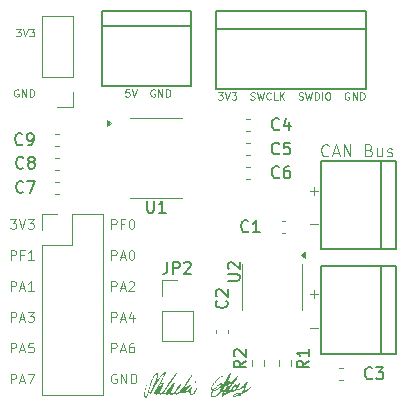
<source format=gbr>
%TF.GenerationSoftware,KiCad,Pcbnew,8.0.5*%
%TF.CreationDate,2024-10-31T22:43:36-05:00*%
%TF.ProjectId,STM_Breakout,53544d5f-4272-4656-916b-6f75742e6b69,rev?*%
%TF.SameCoordinates,Original*%
%TF.FileFunction,Legend,Top*%
%TF.FilePolarity,Positive*%
%FSLAX46Y46*%
G04 Gerber Fmt 4.6, Leading zero omitted, Abs format (unit mm)*
G04 Created by KiCad (PCBNEW 8.0.5) date 2024-10-31 22:43:36*
%MOMM*%
%LPD*%
G01*
G04 APERTURE LIST*
%ADD10C,0.088900*%
%ADD11C,0.101600*%
%ADD12C,0.100000*%
%ADD13C,0.150000*%
%ADD14C,0.120000*%
%ADD15C,0.000000*%
G04 APERTURE END LIST*
D10*
X66858418Y-47257095D02*
X67251513Y-47257095D01*
X67251513Y-47257095D02*
X67039846Y-47498999D01*
X67039846Y-47498999D02*
X67130561Y-47498999D01*
X67130561Y-47498999D02*
X67191037Y-47529237D01*
X67191037Y-47529237D02*
X67221275Y-47559476D01*
X67221275Y-47559476D02*
X67251513Y-47619952D01*
X67251513Y-47619952D02*
X67251513Y-47771142D01*
X67251513Y-47771142D02*
X67221275Y-47831618D01*
X67221275Y-47831618D02*
X67191037Y-47861857D01*
X67191037Y-47861857D02*
X67130561Y-47892095D01*
X67130561Y-47892095D02*
X66949132Y-47892095D01*
X66949132Y-47892095D02*
X66888656Y-47861857D01*
X66888656Y-47861857D02*
X66858418Y-47831618D01*
X67432942Y-47257095D02*
X67644608Y-47892095D01*
X67644608Y-47892095D02*
X67856275Y-47257095D01*
X68007466Y-47257095D02*
X68400561Y-47257095D01*
X68400561Y-47257095D02*
X68188894Y-47498999D01*
X68188894Y-47498999D02*
X68279609Y-47498999D01*
X68279609Y-47498999D02*
X68340085Y-47529237D01*
X68340085Y-47529237D02*
X68370323Y-47559476D01*
X68370323Y-47559476D02*
X68400561Y-47619952D01*
X68400561Y-47619952D02*
X68400561Y-47771142D01*
X68400561Y-47771142D02*
X68370323Y-47831618D01*
X68370323Y-47831618D02*
X68340085Y-47861857D01*
X68340085Y-47861857D02*
X68279609Y-47892095D01*
X68279609Y-47892095D02*
X68098180Y-47892095D01*
X68098180Y-47892095D02*
X68037704Y-47861857D01*
X68037704Y-47861857D02*
X68007466Y-47831618D01*
X67070085Y-52398903D02*
X67009609Y-52368665D01*
X67009609Y-52368665D02*
X66918895Y-52368665D01*
X66918895Y-52368665D02*
X66828180Y-52398903D01*
X66828180Y-52398903D02*
X66767704Y-52459379D01*
X66767704Y-52459379D02*
X66737466Y-52519855D01*
X66737466Y-52519855D02*
X66707228Y-52640807D01*
X66707228Y-52640807D02*
X66707228Y-52731522D01*
X66707228Y-52731522D02*
X66737466Y-52852474D01*
X66737466Y-52852474D02*
X66767704Y-52912950D01*
X66767704Y-52912950D02*
X66828180Y-52973427D01*
X66828180Y-52973427D02*
X66918895Y-53003665D01*
X66918895Y-53003665D02*
X66979371Y-53003665D01*
X66979371Y-53003665D02*
X67070085Y-52973427D01*
X67070085Y-52973427D02*
X67100323Y-52943188D01*
X67100323Y-52943188D02*
X67100323Y-52731522D01*
X67100323Y-52731522D02*
X66979371Y-52731522D01*
X67372466Y-53003665D02*
X67372466Y-52368665D01*
X67372466Y-52368665D02*
X67735323Y-53003665D01*
X67735323Y-53003665D02*
X67735323Y-52368665D01*
X68037704Y-53003665D02*
X68037704Y-52368665D01*
X68037704Y-52368665D02*
X68188894Y-52368665D01*
X68188894Y-52368665D02*
X68279609Y-52398903D01*
X68279609Y-52398903D02*
X68340085Y-52459379D01*
X68340085Y-52459379D02*
X68370323Y-52519855D01*
X68370323Y-52519855D02*
X68400561Y-52640807D01*
X68400561Y-52640807D02*
X68400561Y-52731522D01*
X68400561Y-52731522D02*
X68370323Y-52852474D01*
X68370323Y-52852474D02*
X68340085Y-52912950D01*
X68340085Y-52912950D02*
X68279609Y-52973427D01*
X68279609Y-52973427D02*
X68188894Y-53003665D01*
X68188894Y-53003665D02*
X68037704Y-53003665D01*
D11*
X74936365Y-64185922D02*
X74936365Y-63373122D01*
X74936365Y-63373122D02*
X75246003Y-63373122D01*
X75246003Y-63373122D02*
X75323413Y-63411827D01*
X75323413Y-63411827D02*
X75362118Y-63450532D01*
X75362118Y-63450532D02*
X75400822Y-63527941D01*
X75400822Y-63527941D02*
X75400822Y-63644056D01*
X75400822Y-63644056D02*
X75362118Y-63721465D01*
X75362118Y-63721465D02*
X75323413Y-63760170D01*
X75323413Y-63760170D02*
X75246003Y-63798875D01*
X75246003Y-63798875D02*
X74936365Y-63798875D01*
X76020099Y-63760170D02*
X75749165Y-63760170D01*
X75749165Y-64185922D02*
X75749165Y-63373122D01*
X75749165Y-63373122D02*
X76136213Y-63373122D01*
X76600670Y-63373122D02*
X76678080Y-63373122D01*
X76678080Y-63373122D02*
X76755489Y-63411827D01*
X76755489Y-63411827D02*
X76794194Y-63450532D01*
X76794194Y-63450532D02*
X76832899Y-63527941D01*
X76832899Y-63527941D02*
X76871604Y-63682760D01*
X76871604Y-63682760D02*
X76871604Y-63876284D01*
X76871604Y-63876284D02*
X76832899Y-64031103D01*
X76832899Y-64031103D02*
X76794194Y-64108513D01*
X76794194Y-64108513D02*
X76755489Y-64147218D01*
X76755489Y-64147218D02*
X76678080Y-64185922D01*
X76678080Y-64185922D02*
X76600670Y-64185922D01*
X76600670Y-64185922D02*
X76523261Y-64147218D01*
X76523261Y-64147218D02*
X76484556Y-64108513D01*
X76484556Y-64108513D02*
X76445851Y-64031103D01*
X76445851Y-64031103D02*
X76407147Y-63876284D01*
X76407147Y-63876284D02*
X76407147Y-63682760D01*
X76407147Y-63682760D02*
X76445851Y-63527941D01*
X76445851Y-63527941D02*
X76484556Y-63450532D01*
X76484556Y-63450532D02*
X76523261Y-63411827D01*
X76523261Y-63411827D02*
X76600670Y-63373122D01*
X74936365Y-66803046D02*
X74936365Y-65990246D01*
X74936365Y-65990246D02*
X75246003Y-65990246D01*
X75246003Y-65990246D02*
X75323413Y-66028951D01*
X75323413Y-66028951D02*
X75362118Y-66067656D01*
X75362118Y-66067656D02*
X75400822Y-66145065D01*
X75400822Y-66145065D02*
X75400822Y-66261180D01*
X75400822Y-66261180D02*
X75362118Y-66338589D01*
X75362118Y-66338589D02*
X75323413Y-66377294D01*
X75323413Y-66377294D02*
X75246003Y-66415999D01*
X75246003Y-66415999D02*
X74936365Y-66415999D01*
X75710461Y-66570818D02*
X76097508Y-66570818D01*
X75633051Y-66803046D02*
X75903984Y-65990246D01*
X75903984Y-65990246D02*
X76174918Y-66803046D01*
X76600670Y-65990246D02*
X76678080Y-65990246D01*
X76678080Y-65990246D02*
X76755489Y-66028951D01*
X76755489Y-66028951D02*
X76794194Y-66067656D01*
X76794194Y-66067656D02*
X76832899Y-66145065D01*
X76832899Y-66145065D02*
X76871604Y-66299884D01*
X76871604Y-66299884D02*
X76871604Y-66493408D01*
X76871604Y-66493408D02*
X76832899Y-66648227D01*
X76832899Y-66648227D02*
X76794194Y-66725637D01*
X76794194Y-66725637D02*
X76755489Y-66764342D01*
X76755489Y-66764342D02*
X76678080Y-66803046D01*
X76678080Y-66803046D02*
X76600670Y-66803046D01*
X76600670Y-66803046D02*
X76523261Y-66764342D01*
X76523261Y-66764342D02*
X76484556Y-66725637D01*
X76484556Y-66725637D02*
X76445851Y-66648227D01*
X76445851Y-66648227D02*
X76407147Y-66493408D01*
X76407147Y-66493408D02*
X76407147Y-66299884D01*
X76407147Y-66299884D02*
X76445851Y-66145065D01*
X76445851Y-66145065D02*
X76484556Y-66067656D01*
X76484556Y-66067656D02*
X76523261Y-66028951D01*
X76523261Y-66028951D02*
X76600670Y-65990246D01*
X74936365Y-69420170D02*
X74936365Y-68607370D01*
X74936365Y-68607370D02*
X75246003Y-68607370D01*
X75246003Y-68607370D02*
X75323413Y-68646075D01*
X75323413Y-68646075D02*
X75362118Y-68684780D01*
X75362118Y-68684780D02*
X75400822Y-68762189D01*
X75400822Y-68762189D02*
X75400822Y-68878304D01*
X75400822Y-68878304D02*
X75362118Y-68955713D01*
X75362118Y-68955713D02*
X75323413Y-68994418D01*
X75323413Y-68994418D02*
X75246003Y-69033123D01*
X75246003Y-69033123D02*
X74936365Y-69033123D01*
X75710461Y-69187942D02*
X76097508Y-69187942D01*
X75633051Y-69420170D02*
X75903984Y-68607370D01*
X75903984Y-68607370D02*
X76174918Y-69420170D01*
X76407147Y-68684780D02*
X76445851Y-68646075D01*
X76445851Y-68646075D02*
X76523261Y-68607370D01*
X76523261Y-68607370D02*
X76716785Y-68607370D01*
X76716785Y-68607370D02*
X76794194Y-68646075D01*
X76794194Y-68646075D02*
X76832899Y-68684780D01*
X76832899Y-68684780D02*
X76871604Y-68762189D01*
X76871604Y-68762189D02*
X76871604Y-68839599D01*
X76871604Y-68839599D02*
X76832899Y-68955713D01*
X76832899Y-68955713D02*
X76368442Y-69420170D01*
X76368442Y-69420170D02*
X76871604Y-69420170D01*
X74936365Y-72037294D02*
X74936365Y-71224494D01*
X74936365Y-71224494D02*
X75246003Y-71224494D01*
X75246003Y-71224494D02*
X75323413Y-71263199D01*
X75323413Y-71263199D02*
X75362118Y-71301904D01*
X75362118Y-71301904D02*
X75400822Y-71379313D01*
X75400822Y-71379313D02*
X75400822Y-71495428D01*
X75400822Y-71495428D02*
X75362118Y-71572837D01*
X75362118Y-71572837D02*
X75323413Y-71611542D01*
X75323413Y-71611542D02*
X75246003Y-71650247D01*
X75246003Y-71650247D02*
X74936365Y-71650247D01*
X75710461Y-71805066D02*
X76097508Y-71805066D01*
X75633051Y-72037294D02*
X75903984Y-71224494D01*
X75903984Y-71224494D02*
X76174918Y-72037294D01*
X76794194Y-71495428D02*
X76794194Y-72037294D01*
X76600670Y-71185790D02*
X76407147Y-71766361D01*
X76407147Y-71766361D02*
X76910308Y-71766361D01*
X74936365Y-74654418D02*
X74936365Y-73841618D01*
X74936365Y-73841618D02*
X75246003Y-73841618D01*
X75246003Y-73841618D02*
X75323413Y-73880323D01*
X75323413Y-73880323D02*
X75362118Y-73919028D01*
X75362118Y-73919028D02*
X75400822Y-73996437D01*
X75400822Y-73996437D02*
X75400822Y-74112552D01*
X75400822Y-74112552D02*
X75362118Y-74189961D01*
X75362118Y-74189961D02*
X75323413Y-74228666D01*
X75323413Y-74228666D02*
X75246003Y-74267371D01*
X75246003Y-74267371D02*
X74936365Y-74267371D01*
X75710461Y-74422190D02*
X76097508Y-74422190D01*
X75633051Y-74654418D02*
X75903984Y-73841618D01*
X75903984Y-73841618D02*
X76174918Y-74654418D01*
X76794194Y-73841618D02*
X76639375Y-73841618D01*
X76639375Y-73841618D02*
X76561966Y-73880323D01*
X76561966Y-73880323D02*
X76523261Y-73919028D01*
X76523261Y-73919028D02*
X76445851Y-74035142D01*
X76445851Y-74035142D02*
X76407147Y-74189961D01*
X76407147Y-74189961D02*
X76407147Y-74499599D01*
X76407147Y-74499599D02*
X76445851Y-74577009D01*
X76445851Y-74577009D02*
X76484556Y-74615714D01*
X76484556Y-74615714D02*
X76561966Y-74654418D01*
X76561966Y-74654418D02*
X76716785Y-74654418D01*
X76716785Y-74654418D02*
X76794194Y-74615714D01*
X76794194Y-74615714D02*
X76832899Y-74577009D01*
X76832899Y-74577009D02*
X76871604Y-74499599D01*
X76871604Y-74499599D02*
X76871604Y-74306075D01*
X76871604Y-74306075D02*
X76832899Y-74228666D01*
X76832899Y-74228666D02*
X76794194Y-74189961D01*
X76794194Y-74189961D02*
X76716785Y-74151256D01*
X76716785Y-74151256D02*
X76561966Y-74151256D01*
X76561966Y-74151256D02*
X76484556Y-74189961D01*
X76484556Y-74189961D02*
X76445851Y-74228666D01*
X76445851Y-74228666D02*
X76407147Y-74306075D01*
X75362118Y-76497447D02*
X75284708Y-76458742D01*
X75284708Y-76458742D02*
X75168594Y-76458742D01*
X75168594Y-76458742D02*
X75052480Y-76497447D01*
X75052480Y-76497447D02*
X74975070Y-76574857D01*
X74975070Y-76574857D02*
X74936365Y-76652266D01*
X74936365Y-76652266D02*
X74897661Y-76807085D01*
X74897661Y-76807085D02*
X74897661Y-76923199D01*
X74897661Y-76923199D02*
X74936365Y-77078018D01*
X74936365Y-77078018D02*
X74975070Y-77155428D01*
X74975070Y-77155428D02*
X75052480Y-77232838D01*
X75052480Y-77232838D02*
X75168594Y-77271542D01*
X75168594Y-77271542D02*
X75246003Y-77271542D01*
X75246003Y-77271542D02*
X75362118Y-77232838D01*
X75362118Y-77232838D02*
X75400822Y-77194133D01*
X75400822Y-77194133D02*
X75400822Y-76923199D01*
X75400822Y-76923199D02*
X75246003Y-76923199D01*
X75749165Y-77271542D02*
X75749165Y-76458742D01*
X75749165Y-76458742D02*
X76213622Y-77271542D01*
X76213622Y-77271542D02*
X76213622Y-76458742D01*
X76600670Y-77271542D02*
X76600670Y-76458742D01*
X76600670Y-76458742D02*
X76794194Y-76458742D01*
X76794194Y-76458742D02*
X76910308Y-76497447D01*
X76910308Y-76497447D02*
X76987718Y-76574857D01*
X76987718Y-76574857D02*
X77026423Y-76652266D01*
X77026423Y-76652266D02*
X77065127Y-76807085D01*
X77065127Y-76807085D02*
X77065127Y-76923199D01*
X77065127Y-76923199D02*
X77026423Y-77078018D01*
X77026423Y-77078018D02*
X76987718Y-77155428D01*
X76987718Y-77155428D02*
X76910308Y-77232838D01*
X76910308Y-77232838D02*
X76794194Y-77271542D01*
X76794194Y-77271542D02*
X76600670Y-77271542D01*
X91718508Y-60946773D02*
X92395842Y-60946773D01*
X92057175Y-61285440D02*
X92057175Y-60608107D01*
X91718508Y-63809253D02*
X92395842Y-63809253D01*
D10*
X83969200Y-52622665D02*
X84362295Y-52622665D01*
X84362295Y-52622665D02*
X84150628Y-52864569D01*
X84150628Y-52864569D02*
X84241343Y-52864569D01*
X84241343Y-52864569D02*
X84301819Y-52894807D01*
X84301819Y-52894807D02*
X84332057Y-52925046D01*
X84332057Y-52925046D02*
X84362295Y-52985522D01*
X84362295Y-52985522D02*
X84362295Y-53136712D01*
X84362295Y-53136712D02*
X84332057Y-53197188D01*
X84332057Y-53197188D02*
X84301819Y-53227427D01*
X84301819Y-53227427D02*
X84241343Y-53257665D01*
X84241343Y-53257665D02*
X84059914Y-53257665D01*
X84059914Y-53257665D02*
X83999438Y-53227427D01*
X83999438Y-53227427D02*
X83969200Y-53197188D01*
X84543724Y-52622665D02*
X84755390Y-53257665D01*
X84755390Y-53257665D02*
X84967057Y-52622665D01*
X85118248Y-52622665D02*
X85511343Y-52622665D01*
X85511343Y-52622665D02*
X85299676Y-52864569D01*
X85299676Y-52864569D02*
X85390391Y-52864569D01*
X85390391Y-52864569D02*
X85450867Y-52894807D01*
X85450867Y-52894807D02*
X85481105Y-52925046D01*
X85481105Y-52925046D02*
X85511343Y-52985522D01*
X85511343Y-52985522D02*
X85511343Y-53136712D01*
X85511343Y-53136712D02*
X85481105Y-53197188D01*
X85481105Y-53197188D02*
X85450867Y-53227427D01*
X85450867Y-53227427D02*
X85390391Y-53257665D01*
X85390391Y-53257665D02*
X85208962Y-53257665D01*
X85208962Y-53257665D02*
X85148486Y-53227427D01*
X85148486Y-53227427D02*
X85118248Y-53197188D01*
X86720868Y-53227427D02*
X86811582Y-53257665D01*
X86811582Y-53257665D02*
X86962773Y-53257665D01*
X86962773Y-53257665D02*
X87023249Y-53227427D01*
X87023249Y-53227427D02*
X87053487Y-53197188D01*
X87053487Y-53197188D02*
X87083725Y-53136712D01*
X87083725Y-53136712D02*
X87083725Y-53076236D01*
X87083725Y-53076236D02*
X87053487Y-53015760D01*
X87053487Y-53015760D02*
X87023249Y-52985522D01*
X87023249Y-52985522D02*
X86962773Y-52955284D01*
X86962773Y-52955284D02*
X86841820Y-52925046D01*
X86841820Y-52925046D02*
X86781344Y-52894807D01*
X86781344Y-52894807D02*
X86751106Y-52864569D01*
X86751106Y-52864569D02*
X86720868Y-52804093D01*
X86720868Y-52804093D02*
X86720868Y-52743617D01*
X86720868Y-52743617D02*
X86751106Y-52683141D01*
X86751106Y-52683141D02*
X86781344Y-52652903D01*
X86781344Y-52652903D02*
X86841820Y-52622665D01*
X86841820Y-52622665D02*
X86993011Y-52622665D01*
X86993011Y-52622665D02*
X87083725Y-52652903D01*
X87295392Y-52622665D02*
X87446582Y-53257665D01*
X87446582Y-53257665D02*
X87567535Y-52804093D01*
X87567535Y-52804093D02*
X87688487Y-53257665D01*
X87688487Y-53257665D02*
X87839678Y-52622665D01*
X88444439Y-53197188D02*
X88414201Y-53227427D01*
X88414201Y-53227427D02*
X88323487Y-53257665D01*
X88323487Y-53257665D02*
X88263011Y-53257665D01*
X88263011Y-53257665D02*
X88172296Y-53227427D01*
X88172296Y-53227427D02*
X88111820Y-53166950D01*
X88111820Y-53166950D02*
X88081582Y-53106474D01*
X88081582Y-53106474D02*
X88051344Y-52985522D01*
X88051344Y-52985522D02*
X88051344Y-52894807D01*
X88051344Y-52894807D02*
X88081582Y-52773855D01*
X88081582Y-52773855D02*
X88111820Y-52713379D01*
X88111820Y-52713379D02*
X88172296Y-52652903D01*
X88172296Y-52652903D02*
X88263011Y-52622665D01*
X88263011Y-52622665D02*
X88323487Y-52622665D01*
X88323487Y-52622665D02*
X88414201Y-52652903D01*
X88414201Y-52652903D02*
X88444439Y-52683141D01*
X89018963Y-53257665D02*
X88716582Y-53257665D01*
X88716582Y-53257665D02*
X88716582Y-52622665D01*
X89230630Y-53257665D02*
X89230630Y-52622665D01*
X89593487Y-53257665D02*
X89321344Y-52894807D01*
X89593487Y-52622665D02*
X89230630Y-52985522D01*
X90803012Y-53227427D02*
X90893726Y-53257665D01*
X90893726Y-53257665D02*
X91044917Y-53257665D01*
X91044917Y-53257665D02*
X91105393Y-53227427D01*
X91105393Y-53227427D02*
X91135631Y-53197188D01*
X91135631Y-53197188D02*
X91165869Y-53136712D01*
X91165869Y-53136712D02*
X91165869Y-53076236D01*
X91165869Y-53076236D02*
X91135631Y-53015760D01*
X91135631Y-53015760D02*
X91105393Y-52985522D01*
X91105393Y-52985522D02*
X91044917Y-52955284D01*
X91044917Y-52955284D02*
X90923964Y-52925046D01*
X90923964Y-52925046D02*
X90863488Y-52894807D01*
X90863488Y-52894807D02*
X90833250Y-52864569D01*
X90833250Y-52864569D02*
X90803012Y-52804093D01*
X90803012Y-52804093D02*
X90803012Y-52743617D01*
X90803012Y-52743617D02*
X90833250Y-52683141D01*
X90833250Y-52683141D02*
X90863488Y-52652903D01*
X90863488Y-52652903D02*
X90923964Y-52622665D01*
X90923964Y-52622665D02*
X91075155Y-52622665D01*
X91075155Y-52622665D02*
X91165869Y-52652903D01*
X91377536Y-52622665D02*
X91528726Y-53257665D01*
X91528726Y-53257665D02*
X91649679Y-52804093D01*
X91649679Y-52804093D02*
X91770631Y-53257665D01*
X91770631Y-53257665D02*
X91921822Y-52622665D01*
X92163726Y-53257665D02*
X92163726Y-52622665D01*
X92163726Y-52622665D02*
X92314916Y-52622665D01*
X92314916Y-52622665D02*
X92405631Y-52652903D01*
X92405631Y-52652903D02*
X92466107Y-52713379D01*
X92466107Y-52713379D02*
X92496345Y-52773855D01*
X92496345Y-52773855D02*
X92526583Y-52894807D01*
X92526583Y-52894807D02*
X92526583Y-52985522D01*
X92526583Y-52985522D02*
X92496345Y-53106474D01*
X92496345Y-53106474D02*
X92466107Y-53166950D01*
X92466107Y-53166950D02*
X92405631Y-53227427D01*
X92405631Y-53227427D02*
X92314916Y-53257665D01*
X92314916Y-53257665D02*
X92163726Y-53257665D01*
X92798726Y-53257665D02*
X92798726Y-52622665D01*
X93222059Y-52622665D02*
X93343012Y-52622665D01*
X93343012Y-52622665D02*
X93403488Y-52652903D01*
X93403488Y-52652903D02*
X93463964Y-52713379D01*
X93463964Y-52713379D02*
X93494202Y-52834331D01*
X93494202Y-52834331D02*
X93494202Y-53045998D01*
X93494202Y-53045998D02*
X93463964Y-53166950D01*
X93463964Y-53166950D02*
X93403488Y-53227427D01*
X93403488Y-53227427D02*
X93343012Y-53257665D01*
X93343012Y-53257665D02*
X93222059Y-53257665D01*
X93222059Y-53257665D02*
X93161583Y-53227427D01*
X93161583Y-53227427D02*
X93101107Y-53166950D01*
X93101107Y-53166950D02*
X93070869Y-53045998D01*
X93070869Y-53045998D02*
X93070869Y-52834331D01*
X93070869Y-52834331D02*
X93101107Y-52713379D01*
X93101107Y-52713379D02*
X93161583Y-52652903D01*
X93161583Y-52652903D02*
X93222059Y-52622665D01*
X95066584Y-52652903D02*
X95006108Y-52622665D01*
X95006108Y-52622665D02*
X94915394Y-52622665D01*
X94915394Y-52622665D02*
X94824679Y-52652903D01*
X94824679Y-52652903D02*
X94764203Y-52713379D01*
X94764203Y-52713379D02*
X94733965Y-52773855D01*
X94733965Y-52773855D02*
X94703727Y-52894807D01*
X94703727Y-52894807D02*
X94703727Y-52985522D01*
X94703727Y-52985522D02*
X94733965Y-53106474D01*
X94733965Y-53106474D02*
X94764203Y-53166950D01*
X94764203Y-53166950D02*
X94824679Y-53227427D01*
X94824679Y-53227427D02*
X94915394Y-53257665D01*
X94915394Y-53257665D02*
X94975870Y-53257665D01*
X94975870Y-53257665D02*
X95066584Y-53227427D01*
X95066584Y-53227427D02*
X95096822Y-53197188D01*
X95096822Y-53197188D02*
X95096822Y-52985522D01*
X95096822Y-52985522D02*
X94975870Y-52985522D01*
X95368965Y-53257665D02*
X95368965Y-52622665D01*
X95368965Y-52622665D02*
X95731822Y-53257665D01*
X95731822Y-53257665D02*
X95731822Y-52622665D01*
X96034203Y-53257665D02*
X96034203Y-52622665D01*
X96034203Y-52622665D02*
X96185393Y-52622665D01*
X96185393Y-52622665D02*
X96276108Y-52652903D01*
X96276108Y-52652903D02*
X96336584Y-52713379D01*
X96336584Y-52713379D02*
X96366822Y-52773855D01*
X96366822Y-52773855D02*
X96397060Y-52894807D01*
X96397060Y-52894807D02*
X96397060Y-52985522D01*
X96397060Y-52985522D02*
X96366822Y-53106474D01*
X96366822Y-53106474D02*
X96336584Y-53166950D01*
X96336584Y-53166950D02*
X96276108Y-53227427D01*
X96276108Y-53227427D02*
X96185393Y-53257665D01*
X96185393Y-53257665D02*
X96034203Y-53257665D01*
D11*
X91718508Y-69709773D02*
X92395842Y-69709773D01*
X92057175Y-70048440D02*
X92057175Y-69371107D01*
X91718508Y-72572253D02*
X92395842Y-72572253D01*
D10*
X76458057Y-52368665D02*
X76155676Y-52368665D01*
X76155676Y-52368665D02*
X76125438Y-52671046D01*
X76125438Y-52671046D02*
X76155676Y-52640807D01*
X76155676Y-52640807D02*
X76216152Y-52610569D01*
X76216152Y-52610569D02*
X76367343Y-52610569D01*
X76367343Y-52610569D02*
X76427819Y-52640807D01*
X76427819Y-52640807D02*
X76458057Y-52671046D01*
X76458057Y-52671046D02*
X76488295Y-52731522D01*
X76488295Y-52731522D02*
X76488295Y-52882712D01*
X76488295Y-52882712D02*
X76458057Y-52943188D01*
X76458057Y-52943188D02*
X76427819Y-52973427D01*
X76427819Y-52973427D02*
X76367343Y-53003665D01*
X76367343Y-53003665D02*
X76216152Y-53003665D01*
X76216152Y-53003665D02*
X76155676Y-52973427D01*
X76155676Y-52973427D02*
X76125438Y-52943188D01*
X76669724Y-52368665D02*
X76881390Y-53003665D01*
X76881390Y-53003665D02*
X77093057Y-52368665D01*
X78604963Y-52398903D02*
X78544487Y-52368665D01*
X78544487Y-52368665D02*
X78453773Y-52368665D01*
X78453773Y-52368665D02*
X78363058Y-52398903D01*
X78363058Y-52398903D02*
X78302582Y-52459379D01*
X78302582Y-52459379D02*
X78272344Y-52519855D01*
X78272344Y-52519855D02*
X78242106Y-52640807D01*
X78242106Y-52640807D02*
X78242106Y-52731522D01*
X78242106Y-52731522D02*
X78272344Y-52852474D01*
X78272344Y-52852474D02*
X78302582Y-52912950D01*
X78302582Y-52912950D02*
X78363058Y-52973427D01*
X78363058Y-52973427D02*
X78453773Y-53003665D01*
X78453773Y-53003665D02*
X78514249Y-53003665D01*
X78514249Y-53003665D02*
X78604963Y-52973427D01*
X78604963Y-52973427D02*
X78635201Y-52943188D01*
X78635201Y-52943188D02*
X78635201Y-52731522D01*
X78635201Y-52731522D02*
X78514249Y-52731522D01*
X78907344Y-53003665D02*
X78907344Y-52368665D01*
X78907344Y-52368665D02*
X79270201Y-53003665D01*
X79270201Y-53003665D02*
X79270201Y-52368665D01*
X79572582Y-53003665D02*
X79572582Y-52368665D01*
X79572582Y-52368665D02*
X79723772Y-52368665D01*
X79723772Y-52368665D02*
X79814487Y-52398903D01*
X79814487Y-52398903D02*
X79874963Y-52459379D01*
X79874963Y-52459379D02*
X79905201Y-52519855D01*
X79905201Y-52519855D02*
X79935439Y-52640807D01*
X79935439Y-52640807D02*
X79935439Y-52731522D01*
X79935439Y-52731522D02*
X79905201Y-52852474D01*
X79905201Y-52852474D02*
X79874963Y-52912950D01*
X79874963Y-52912950D02*
X79814487Y-52973427D01*
X79814487Y-52973427D02*
X79723772Y-53003665D01*
X79723772Y-53003665D02*
X79572582Y-53003665D01*
D11*
X66384396Y-63373122D02*
X66887558Y-63373122D01*
X66887558Y-63373122D02*
X66616624Y-63682760D01*
X66616624Y-63682760D02*
X66732739Y-63682760D01*
X66732739Y-63682760D02*
X66810148Y-63721465D01*
X66810148Y-63721465D02*
X66848853Y-63760170D01*
X66848853Y-63760170D02*
X66887558Y-63837579D01*
X66887558Y-63837579D02*
X66887558Y-64031103D01*
X66887558Y-64031103D02*
X66848853Y-64108513D01*
X66848853Y-64108513D02*
X66810148Y-64147218D01*
X66810148Y-64147218D02*
X66732739Y-64185922D01*
X66732739Y-64185922D02*
X66500510Y-64185922D01*
X66500510Y-64185922D02*
X66423101Y-64147218D01*
X66423101Y-64147218D02*
X66384396Y-64108513D01*
X67119786Y-63373122D02*
X67390719Y-64185922D01*
X67390719Y-64185922D02*
X67661653Y-63373122D01*
X67855177Y-63373122D02*
X68358339Y-63373122D01*
X68358339Y-63373122D02*
X68087405Y-63682760D01*
X68087405Y-63682760D02*
X68203520Y-63682760D01*
X68203520Y-63682760D02*
X68280929Y-63721465D01*
X68280929Y-63721465D02*
X68319634Y-63760170D01*
X68319634Y-63760170D02*
X68358339Y-63837579D01*
X68358339Y-63837579D02*
X68358339Y-64031103D01*
X68358339Y-64031103D02*
X68319634Y-64108513D01*
X68319634Y-64108513D02*
X68280929Y-64147218D01*
X68280929Y-64147218D02*
X68203520Y-64185922D01*
X68203520Y-64185922D02*
X67971291Y-64185922D01*
X67971291Y-64185922D02*
X67893882Y-64147218D01*
X67893882Y-64147218D02*
X67855177Y-64108513D01*
X66423100Y-66803046D02*
X66423100Y-65990246D01*
X66423100Y-65990246D02*
X66732738Y-65990246D01*
X66732738Y-65990246D02*
X66810148Y-66028951D01*
X66810148Y-66028951D02*
X66848853Y-66067656D01*
X66848853Y-66067656D02*
X66887557Y-66145065D01*
X66887557Y-66145065D02*
X66887557Y-66261180D01*
X66887557Y-66261180D02*
X66848853Y-66338589D01*
X66848853Y-66338589D02*
X66810148Y-66377294D01*
X66810148Y-66377294D02*
X66732738Y-66415999D01*
X66732738Y-66415999D02*
X66423100Y-66415999D01*
X67506834Y-66377294D02*
X67235900Y-66377294D01*
X67235900Y-66803046D02*
X67235900Y-65990246D01*
X67235900Y-65990246D02*
X67622948Y-65990246D01*
X68358339Y-66803046D02*
X67893882Y-66803046D01*
X68126110Y-66803046D02*
X68126110Y-65990246D01*
X68126110Y-65990246D02*
X68048701Y-66106361D01*
X68048701Y-66106361D02*
X67971291Y-66183770D01*
X67971291Y-66183770D02*
X67893882Y-66222475D01*
X66423100Y-69420170D02*
X66423100Y-68607370D01*
X66423100Y-68607370D02*
X66732738Y-68607370D01*
X66732738Y-68607370D02*
X66810148Y-68646075D01*
X66810148Y-68646075D02*
X66848853Y-68684780D01*
X66848853Y-68684780D02*
X66887557Y-68762189D01*
X66887557Y-68762189D02*
X66887557Y-68878304D01*
X66887557Y-68878304D02*
X66848853Y-68955713D01*
X66848853Y-68955713D02*
X66810148Y-68994418D01*
X66810148Y-68994418D02*
X66732738Y-69033123D01*
X66732738Y-69033123D02*
X66423100Y-69033123D01*
X67197196Y-69187942D02*
X67584243Y-69187942D01*
X67119786Y-69420170D02*
X67390719Y-68607370D01*
X67390719Y-68607370D02*
X67661653Y-69420170D01*
X68358339Y-69420170D02*
X67893882Y-69420170D01*
X68126110Y-69420170D02*
X68126110Y-68607370D01*
X68126110Y-68607370D02*
X68048701Y-68723485D01*
X68048701Y-68723485D02*
X67971291Y-68800894D01*
X67971291Y-68800894D02*
X67893882Y-68839599D01*
X66423100Y-72037294D02*
X66423100Y-71224494D01*
X66423100Y-71224494D02*
X66732738Y-71224494D01*
X66732738Y-71224494D02*
X66810148Y-71263199D01*
X66810148Y-71263199D02*
X66848853Y-71301904D01*
X66848853Y-71301904D02*
X66887557Y-71379313D01*
X66887557Y-71379313D02*
X66887557Y-71495428D01*
X66887557Y-71495428D02*
X66848853Y-71572837D01*
X66848853Y-71572837D02*
X66810148Y-71611542D01*
X66810148Y-71611542D02*
X66732738Y-71650247D01*
X66732738Y-71650247D02*
X66423100Y-71650247D01*
X67197196Y-71805066D02*
X67584243Y-71805066D01*
X67119786Y-72037294D02*
X67390719Y-71224494D01*
X67390719Y-71224494D02*
X67661653Y-72037294D01*
X67855177Y-71224494D02*
X68358339Y-71224494D01*
X68358339Y-71224494D02*
X68087405Y-71534132D01*
X68087405Y-71534132D02*
X68203520Y-71534132D01*
X68203520Y-71534132D02*
X68280929Y-71572837D01*
X68280929Y-71572837D02*
X68319634Y-71611542D01*
X68319634Y-71611542D02*
X68358339Y-71688951D01*
X68358339Y-71688951D02*
X68358339Y-71882475D01*
X68358339Y-71882475D02*
X68319634Y-71959885D01*
X68319634Y-71959885D02*
X68280929Y-71998590D01*
X68280929Y-71998590D02*
X68203520Y-72037294D01*
X68203520Y-72037294D02*
X67971291Y-72037294D01*
X67971291Y-72037294D02*
X67893882Y-71998590D01*
X67893882Y-71998590D02*
X67855177Y-71959885D01*
X66423100Y-74654418D02*
X66423100Y-73841618D01*
X66423100Y-73841618D02*
X66732738Y-73841618D01*
X66732738Y-73841618D02*
X66810148Y-73880323D01*
X66810148Y-73880323D02*
X66848853Y-73919028D01*
X66848853Y-73919028D02*
X66887557Y-73996437D01*
X66887557Y-73996437D02*
X66887557Y-74112552D01*
X66887557Y-74112552D02*
X66848853Y-74189961D01*
X66848853Y-74189961D02*
X66810148Y-74228666D01*
X66810148Y-74228666D02*
X66732738Y-74267371D01*
X66732738Y-74267371D02*
X66423100Y-74267371D01*
X67197196Y-74422190D02*
X67584243Y-74422190D01*
X67119786Y-74654418D02*
X67390719Y-73841618D01*
X67390719Y-73841618D02*
X67661653Y-74654418D01*
X68319634Y-73841618D02*
X67932586Y-73841618D01*
X67932586Y-73841618D02*
X67893882Y-74228666D01*
X67893882Y-74228666D02*
X67932586Y-74189961D01*
X67932586Y-74189961D02*
X68009996Y-74151256D01*
X68009996Y-74151256D02*
X68203520Y-74151256D01*
X68203520Y-74151256D02*
X68280929Y-74189961D01*
X68280929Y-74189961D02*
X68319634Y-74228666D01*
X68319634Y-74228666D02*
X68358339Y-74306075D01*
X68358339Y-74306075D02*
X68358339Y-74499599D01*
X68358339Y-74499599D02*
X68319634Y-74577009D01*
X68319634Y-74577009D02*
X68280929Y-74615714D01*
X68280929Y-74615714D02*
X68203520Y-74654418D01*
X68203520Y-74654418D02*
X68009996Y-74654418D01*
X68009996Y-74654418D02*
X67932586Y-74615714D01*
X67932586Y-74615714D02*
X67893882Y-74577009D01*
X66423100Y-77271542D02*
X66423100Y-76458742D01*
X66423100Y-76458742D02*
X66732738Y-76458742D01*
X66732738Y-76458742D02*
X66810148Y-76497447D01*
X66810148Y-76497447D02*
X66848853Y-76536152D01*
X66848853Y-76536152D02*
X66887557Y-76613561D01*
X66887557Y-76613561D02*
X66887557Y-76729676D01*
X66887557Y-76729676D02*
X66848853Y-76807085D01*
X66848853Y-76807085D02*
X66810148Y-76845790D01*
X66810148Y-76845790D02*
X66732738Y-76884495D01*
X66732738Y-76884495D02*
X66423100Y-76884495D01*
X67197196Y-77039314D02*
X67584243Y-77039314D01*
X67119786Y-77271542D02*
X67390719Y-76458742D01*
X67390719Y-76458742D02*
X67661653Y-77271542D01*
X67855177Y-76458742D02*
X68397043Y-76458742D01*
X68397043Y-76458742D02*
X68048701Y-77271542D01*
D12*
X93331312Y-57943180D02*
X93283693Y-57990800D01*
X93283693Y-57990800D02*
X93140836Y-58038419D01*
X93140836Y-58038419D02*
X93045598Y-58038419D01*
X93045598Y-58038419D02*
X92902741Y-57990800D01*
X92902741Y-57990800D02*
X92807503Y-57895561D01*
X92807503Y-57895561D02*
X92759884Y-57800323D01*
X92759884Y-57800323D02*
X92712265Y-57609847D01*
X92712265Y-57609847D02*
X92712265Y-57466990D01*
X92712265Y-57466990D02*
X92759884Y-57276514D01*
X92759884Y-57276514D02*
X92807503Y-57181276D01*
X92807503Y-57181276D02*
X92902741Y-57086038D01*
X92902741Y-57086038D02*
X93045598Y-57038419D01*
X93045598Y-57038419D02*
X93140836Y-57038419D01*
X93140836Y-57038419D02*
X93283693Y-57086038D01*
X93283693Y-57086038D02*
X93331312Y-57133657D01*
X93712265Y-57752704D02*
X94188455Y-57752704D01*
X93617027Y-58038419D02*
X93950360Y-57038419D01*
X93950360Y-57038419D02*
X94283693Y-58038419D01*
X94617027Y-58038419D02*
X94617027Y-57038419D01*
X94617027Y-57038419D02*
X95188455Y-58038419D01*
X95188455Y-58038419D02*
X95188455Y-57038419D01*
X96759884Y-57514609D02*
X96902741Y-57562228D01*
X96902741Y-57562228D02*
X96950360Y-57609847D01*
X96950360Y-57609847D02*
X96997979Y-57705085D01*
X96997979Y-57705085D02*
X96997979Y-57847942D01*
X96997979Y-57847942D02*
X96950360Y-57943180D01*
X96950360Y-57943180D02*
X96902741Y-57990800D01*
X96902741Y-57990800D02*
X96807503Y-58038419D01*
X96807503Y-58038419D02*
X96426551Y-58038419D01*
X96426551Y-58038419D02*
X96426551Y-57038419D01*
X96426551Y-57038419D02*
X96759884Y-57038419D01*
X96759884Y-57038419D02*
X96855122Y-57086038D01*
X96855122Y-57086038D02*
X96902741Y-57133657D01*
X96902741Y-57133657D02*
X96950360Y-57228895D01*
X96950360Y-57228895D02*
X96950360Y-57324133D01*
X96950360Y-57324133D02*
X96902741Y-57419371D01*
X96902741Y-57419371D02*
X96855122Y-57466990D01*
X96855122Y-57466990D02*
X96759884Y-57514609D01*
X96759884Y-57514609D02*
X96426551Y-57514609D01*
X97855122Y-57371752D02*
X97855122Y-58038419D01*
X97426551Y-57371752D02*
X97426551Y-57895561D01*
X97426551Y-57895561D02*
X97474170Y-57990800D01*
X97474170Y-57990800D02*
X97569408Y-58038419D01*
X97569408Y-58038419D02*
X97712265Y-58038419D01*
X97712265Y-58038419D02*
X97807503Y-57990800D01*
X97807503Y-57990800D02*
X97855122Y-57943180D01*
X98283694Y-57990800D02*
X98378932Y-58038419D01*
X98378932Y-58038419D02*
X98569408Y-58038419D01*
X98569408Y-58038419D02*
X98664646Y-57990800D01*
X98664646Y-57990800D02*
X98712265Y-57895561D01*
X98712265Y-57895561D02*
X98712265Y-57847942D01*
X98712265Y-57847942D02*
X98664646Y-57752704D01*
X98664646Y-57752704D02*
X98569408Y-57705085D01*
X98569408Y-57705085D02*
X98426551Y-57705085D01*
X98426551Y-57705085D02*
X98331313Y-57657466D01*
X98331313Y-57657466D02*
X98283694Y-57562228D01*
X98283694Y-57562228D02*
X98283694Y-57514609D01*
X98283694Y-57514609D02*
X98331313Y-57419371D01*
X98331313Y-57419371D02*
X98426551Y-57371752D01*
X98426551Y-57371752D02*
X98569408Y-57371752D01*
X98569408Y-57371752D02*
X98664646Y-57419371D01*
D13*
X91640819Y-75350666D02*
X91164628Y-75683999D01*
X91640819Y-75922094D02*
X90640819Y-75922094D01*
X90640819Y-75922094D02*
X90640819Y-75541142D01*
X90640819Y-75541142D02*
X90688438Y-75445904D01*
X90688438Y-75445904D02*
X90736057Y-75398285D01*
X90736057Y-75398285D02*
X90831295Y-75350666D01*
X90831295Y-75350666D02*
X90974152Y-75350666D01*
X90974152Y-75350666D02*
X91069390Y-75398285D01*
X91069390Y-75398285D02*
X91117009Y-75445904D01*
X91117009Y-75445904D02*
X91164628Y-75541142D01*
X91164628Y-75541142D02*
X91164628Y-75922094D01*
X91640819Y-74398285D02*
X91640819Y-74969713D01*
X91640819Y-74683999D02*
X90640819Y-74683999D01*
X90640819Y-74683999D02*
X90783676Y-74779237D01*
X90783676Y-74779237D02*
X90878914Y-74874475D01*
X90878914Y-74874475D02*
X90926533Y-74969713D01*
X86306819Y-75350666D02*
X85830628Y-75683999D01*
X86306819Y-75922094D02*
X85306819Y-75922094D01*
X85306819Y-75922094D02*
X85306819Y-75541142D01*
X85306819Y-75541142D02*
X85354438Y-75445904D01*
X85354438Y-75445904D02*
X85402057Y-75398285D01*
X85402057Y-75398285D02*
X85497295Y-75350666D01*
X85497295Y-75350666D02*
X85640152Y-75350666D01*
X85640152Y-75350666D02*
X85735390Y-75398285D01*
X85735390Y-75398285D02*
X85783009Y-75445904D01*
X85783009Y-75445904D02*
X85830628Y-75541142D01*
X85830628Y-75541142D02*
X85830628Y-75922094D01*
X85402057Y-74969713D02*
X85354438Y-74922094D01*
X85354438Y-74922094D02*
X85306819Y-74826856D01*
X85306819Y-74826856D02*
X85306819Y-74588761D01*
X85306819Y-74588761D02*
X85354438Y-74493523D01*
X85354438Y-74493523D02*
X85402057Y-74445904D01*
X85402057Y-74445904D02*
X85497295Y-74398285D01*
X85497295Y-74398285D02*
X85592533Y-74398285D01*
X85592533Y-74398285D02*
X85735390Y-74445904D01*
X85735390Y-74445904D02*
X86306819Y-75017332D01*
X86306819Y-75017332D02*
X86306819Y-74398285D01*
X84687580Y-70270666D02*
X84735200Y-70318285D01*
X84735200Y-70318285D02*
X84782819Y-70461142D01*
X84782819Y-70461142D02*
X84782819Y-70556380D01*
X84782819Y-70556380D02*
X84735200Y-70699237D01*
X84735200Y-70699237D02*
X84639961Y-70794475D01*
X84639961Y-70794475D02*
X84544723Y-70842094D01*
X84544723Y-70842094D02*
X84354247Y-70889713D01*
X84354247Y-70889713D02*
X84211390Y-70889713D01*
X84211390Y-70889713D02*
X84020914Y-70842094D01*
X84020914Y-70842094D02*
X83925676Y-70794475D01*
X83925676Y-70794475D02*
X83830438Y-70699237D01*
X83830438Y-70699237D02*
X83782819Y-70556380D01*
X83782819Y-70556380D02*
X83782819Y-70461142D01*
X83782819Y-70461142D02*
X83830438Y-70318285D01*
X83830438Y-70318285D02*
X83878057Y-70270666D01*
X83878057Y-69889713D02*
X83830438Y-69842094D01*
X83830438Y-69842094D02*
X83782819Y-69746856D01*
X83782819Y-69746856D02*
X83782819Y-69508761D01*
X83782819Y-69508761D02*
X83830438Y-69413523D01*
X83830438Y-69413523D02*
X83878057Y-69365904D01*
X83878057Y-69365904D02*
X83973295Y-69318285D01*
X83973295Y-69318285D02*
X84068533Y-69318285D01*
X84068533Y-69318285D02*
X84211390Y-69365904D01*
X84211390Y-69365904D02*
X84782819Y-69937332D01*
X84782819Y-69937332D02*
X84782819Y-69318285D01*
X97014833Y-76813580D02*
X96967214Y-76861200D01*
X96967214Y-76861200D02*
X96824357Y-76908819D01*
X96824357Y-76908819D02*
X96729119Y-76908819D01*
X96729119Y-76908819D02*
X96586262Y-76861200D01*
X96586262Y-76861200D02*
X96491024Y-76765961D01*
X96491024Y-76765961D02*
X96443405Y-76670723D01*
X96443405Y-76670723D02*
X96395786Y-76480247D01*
X96395786Y-76480247D02*
X96395786Y-76337390D01*
X96395786Y-76337390D02*
X96443405Y-76146914D01*
X96443405Y-76146914D02*
X96491024Y-76051676D01*
X96491024Y-76051676D02*
X96586262Y-75956438D01*
X96586262Y-75956438D02*
X96729119Y-75908819D01*
X96729119Y-75908819D02*
X96824357Y-75908819D01*
X96824357Y-75908819D02*
X96967214Y-75956438D01*
X96967214Y-75956438D02*
X97014833Y-76004057D01*
X97348167Y-75908819D02*
X97967214Y-75908819D01*
X97967214Y-75908819D02*
X97633881Y-76289771D01*
X97633881Y-76289771D02*
X97776738Y-76289771D01*
X97776738Y-76289771D02*
X97871976Y-76337390D01*
X97871976Y-76337390D02*
X97919595Y-76385009D01*
X97919595Y-76385009D02*
X97967214Y-76480247D01*
X97967214Y-76480247D02*
X97967214Y-76718342D01*
X97967214Y-76718342D02*
X97919595Y-76813580D01*
X97919595Y-76813580D02*
X97871976Y-76861200D01*
X97871976Y-76861200D02*
X97776738Y-76908819D01*
X97776738Y-76908819D02*
X97491024Y-76908819D01*
X97491024Y-76908819D02*
X97395786Y-76861200D01*
X97395786Y-76861200D02*
X97348167Y-76813580D01*
X79684666Y-66974819D02*
X79684666Y-67689104D01*
X79684666Y-67689104D02*
X79637047Y-67831961D01*
X79637047Y-67831961D02*
X79541809Y-67927200D01*
X79541809Y-67927200D02*
X79398952Y-67974819D01*
X79398952Y-67974819D02*
X79303714Y-67974819D01*
X80160857Y-67974819D02*
X80160857Y-66974819D01*
X80160857Y-66974819D02*
X80541809Y-66974819D01*
X80541809Y-66974819D02*
X80637047Y-67022438D01*
X80637047Y-67022438D02*
X80684666Y-67070057D01*
X80684666Y-67070057D02*
X80732285Y-67165295D01*
X80732285Y-67165295D02*
X80732285Y-67308152D01*
X80732285Y-67308152D02*
X80684666Y-67403390D01*
X80684666Y-67403390D02*
X80637047Y-67451009D01*
X80637047Y-67451009D02*
X80541809Y-67498628D01*
X80541809Y-67498628D02*
X80160857Y-67498628D01*
X81113238Y-67070057D02*
X81160857Y-67022438D01*
X81160857Y-67022438D02*
X81256095Y-66974819D01*
X81256095Y-66974819D02*
X81494190Y-66974819D01*
X81494190Y-66974819D02*
X81589428Y-67022438D01*
X81589428Y-67022438D02*
X81637047Y-67070057D01*
X81637047Y-67070057D02*
X81684666Y-67165295D01*
X81684666Y-67165295D02*
X81684666Y-67260533D01*
X81684666Y-67260533D02*
X81637047Y-67403390D01*
X81637047Y-67403390D02*
X81065619Y-67974819D01*
X81065619Y-67974819D02*
X81684666Y-67974819D01*
X67397333Y-57001580D02*
X67349714Y-57049200D01*
X67349714Y-57049200D02*
X67206857Y-57096819D01*
X67206857Y-57096819D02*
X67111619Y-57096819D01*
X67111619Y-57096819D02*
X66968762Y-57049200D01*
X66968762Y-57049200D02*
X66873524Y-56953961D01*
X66873524Y-56953961D02*
X66825905Y-56858723D01*
X66825905Y-56858723D02*
X66778286Y-56668247D01*
X66778286Y-56668247D02*
X66778286Y-56525390D01*
X66778286Y-56525390D02*
X66825905Y-56334914D01*
X66825905Y-56334914D02*
X66873524Y-56239676D01*
X66873524Y-56239676D02*
X66968762Y-56144438D01*
X66968762Y-56144438D02*
X67111619Y-56096819D01*
X67111619Y-56096819D02*
X67206857Y-56096819D01*
X67206857Y-56096819D02*
X67349714Y-56144438D01*
X67349714Y-56144438D02*
X67397333Y-56192057D01*
X67873524Y-57096819D02*
X68064000Y-57096819D01*
X68064000Y-57096819D02*
X68159238Y-57049200D01*
X68159238Y-57049200D02*
X68206857Y-57001580D01*
X68206857Y-57001580D02*
X68302095Y-56858723D01*
X68302095Y-56858723D02*
X68349714Y-56668247D01*
X68349714Y-56668247D02*
X68349714Y-56287295D01*
X68349714Y-56287295D02*
X68302095Y-56192057D01*
X68302095Y-56192057D02*
X68254476Y-56144438D01*
X68254476Y-56144438D02*
X68159238Y-56096819D01*
X68159238Y-56096819D02*
X67968762Y-56096819D01*
X67968762Y-56096819D02*
X67873524Y-56144438D01*
X67873524Y-56144438D02*
X67825905Y-56192057D01*
X67825905Y-56192057D02*
X67778286Y-56287295D01*
X67778286Y-56287295D02*
X67778286Y-56525390D01*
X67778286Y-56525390D02*
X67825905Y-56620628D01*
X67825905Y-56620628D02*
X67873524Y-56668247D01*
X67873524Y-56668247D02*
X67968762Y-56715866D01*
X67968762Y-56715866D02*
X68159238Y-56715866D01*
X68159238Y-56715866D02*
X68254476Y-56668247D01*
X68254476Y-56668247D02*
X68302095Y-56620628D01*
X68302095Y-56620628D02*
X68349714Y-56525390D01*
X77978095Y-61811819D02*
X77978095Y-62621342D01*
X77978095Y-62621342D02*
X78025714Y-62716580D01*
X78025714Y-62716580D02*
X78073333Y-62764200D01*
X78073333Y-62764200D02*
X78168571Y-62811819D01*
X78168571Y-62811819D02*
X78359047Y-62811819D01*
X78359047Y-62811819D02*
X78454285Y-62764200D01*
X78454285Y-62764200D02*
X78501904Y-62716580D01*
X78501904Y-62716580D02*
X78549523Y-62621342D01*
X78549523Y-62621342D02*
X78549523Y-61811819D01*
X79549523Y-62811819D02*
X78978095Y-62811819D01*
X79263809Y-62811819D02*
X79263809Y-61811819D01*
X79263809Y-61811819D02*
X79168571Y-61954676D01*
X79168571Y-61954676D02*
X79073333Y-62049914D01*
X79073333Y-62049914D02*
X78978095Y-62097533D01*
X89140833Y-57793580D02*
X89093214Y-57841200D01*
X89093214Y-57841200D02*
X88950357Y-57888819D01*
X88950357Y-57888819D02*
X88855119Y-57888819D01*
X88855119Y-57888819D02*
X88712262Y-57841200D01*
X88712262Y-57841200D02*
X88617024Y-57745961D01*
X88617024Y-57745961D02*
X88569405Y-57650723D01*
X88569405Y-57650723D02*
X88521786Y-57460247D01*
X88521786Y-57460247D02*
X88521786Y-57317390D01*
X88521786Y-57317390D02*
X88569405Y-57126914D01*
X88569405Y-57126914D02*
X88617024Y-57031676D01*
X88617024Y-57031676D02*
X88712262Y-56936438D01*
X88712262Y-56936438D02*
X88855119Y-56888819D01*
X88855119Y-56888819D02*
X88950357Y-56888819D01*
X88950357Y-56888819D02*
X89093214Y-56936438D01*
X89093214Y-56936438D02*
X89140833Y-56984057D01*
X90045595Y-56888819D02*
X89569405Y-56888819D01*
X89569405Y-56888819D02*
X89521786Y-57365009D01*
X89521786Y-57365009D02*
X89569405Y-57317390D01*
X89569405Y-57317390D02*
X89664643Y-57269771D01*
X89664643Y-57269771D02*
X89902738Y-57269771D01*
X89902738Y-57269771D02*
X89997976Y-57317390D01*
X89997976Y-57317390D02*
X90045595Y-57365009D01*
X90045595Y-57365009D02*
X90093214Y-57460247D01*
X90093214Y-57460247D02*
X90093214Y-57698342D01*
X90093214Y-57698342D02*
X90045595Y-57793580D01*
X90045595Y-57793580D02*
X89997976Y-57841200D01*
X89997976Y-57841200D02*
X89902738Y-57888819D01*
X89902738Y-57888819D02*
X89664643Y-57888819D01*
X89664643Y-57888819D02*
X89569405Y-57841200D01*
X89569405Y-57841200D02*
X89521786Y-57793580D01*
X84798819Y-68579904D02*
X85608342Y-68579904D01*
X85608342Y-68579904D02*
X85703580Y-68532285D01*
X85703580Y-68532285D02*
X85751200Y-68484666D01*
X85751200Y-68484666D02*
X85798819Y-68389428D01*
X85798819Y-68389428D02*
X85798819Y-68198952D01*
X85798819Y-68198952D02*
X85751200Y-68103714D01*
X85751200Y-68103714D02*
X85703580Y-68056095D01*
X85703580Y-68056095D02*
X85608342Y-68008476D01*
X85608342Y-68008476D02*
X84798819Y-68008476D01*
X84894057Y-67579904D02*
X84846438Y-67532285D01*
X84846438Y-67532285D02*
X84798819Y-67437047D01*
X84798819Y-67437047D02*
X84798819Y-67198952D01*
X84798819Y-67198952D02*
X84846438Y-67103714D01*
X84846438Y-67103714D02*
X84894057Y-67056095D01*
X84894057Y-67056095D02*
X84989295Y-67008476D01*
X84989295Y-67008476D02*
X85084533Y-67008476D01*
X85084533Y-67008476D02*
X85227390Y-67056095D01*
X85227390Y-67056095D02*
X85798819Y-67627523D01*
X85798819Y-67627523D02*
X85798819Y-67008476D01*
X67497833Y-58999580D02*
X67450214Y-59047200D01*
X67450214Y-59047200D02*
X67307357Y-59094819D01*
X67307357Y-59094819D02*
X67212119Y-59094819D01*
X67212119Y-59094819D02*
X67069262Y-59047200D01*
X67069262Y-59047200D02*
X66974024Y-58951961D01*
X66974024Y-58951961D02*
X66926405Y-58856723D01*
X66926405Y-58856723D02*
X66878786Y-58666247D01*
X66878786Y-58666247D02*
X66878786Y-58523390D01*
X66878786Y-58523390D02*
X66926405Y-58332914D01*
X66926405Y-58332914D02*
X66974024Y-58237676D01*
X66974024Y-58237676D02*
X67069262Y-58142438D01*
X67069262Y-58142438D02*
X67212119Y-58094819D01*
X67212119Y-58094819D02*
X67307357Y-58094819D01*
X67307357Y-58094819D02*
X67450214Y-58142438D01*
X67450214Y-58142438D02*
X67497833Y-58190057D01*
X68069262Y-58523390D02*
X67974024Y-58475771D01*
X67974024Y-58475771D02*
X67926405Y-58428152D01*
X67926405Y-58428152D02*
X67878786Y-58332914D01*
X67878786Y-58332914D02*
X67878786Y-58285295D01*
X67878786Y-58285295D02*
X67926405Y-58190057D01*
X67926405Y-58190057D02*
X67974024Y-58142438D01*
X67974024Y-58142438D02*
X68069262Y-58094819D01*
X68069262Y-58094819D02*
X68259738Y-58094819D01*
X68259738Y-58094819D02*
X68354976Y-58142438D01*
X68354976Y-58142438D02*
X68402595Y-58190057D01*
X68402595Y-58190057D02*
X68450214Y-58285295D01*
X68450214Y-58285295D02*
X68450214Y-58332914D01*
X68450214Y-58332914D02*
X68402595Y-58428152D01*
X68402595Y-58428152D02*
X68354976Y-58475771D01*
X68354976Y-58475771D02*
X68259738Y-58523390D01*
X68259738Y-58523390D02*
X68069262Y-58523390D01*
X68069262Y-58523390D02*
X67974024Y-58571009D01*
X67974024Y-58571009D02*
X67926405Y-58618628D01*
X67926405Y-58618628D02*
X67878786Y-58713866D01*
X67878786Y-58713866D02*
X67878786Y-58904342D01*
X67878786Y-58904342D02*
X67926405Y-58999580D01*
X67926405Y-58999580D02*
X67974024Y-59047200D01*
X67974024Y-59047200D02*
X68069262Y-59094819D01*
X68069262Y-59094819D02*
X68259738Y-59094819D01*
X68259738Y-59094819D02*
X68354976Y-59047200D01*
X68354976Y-59047200D02*
X68402595Y-58999580D01*
X68402595Y-58999580D02*
X68450214Y-58904342D01*
X68450214Y-58904342D02*
X68450214Y-58713866D01*
X68450214Y-58713866D02*
X68402595Y-58618628D01*
X68402595Y-58618628D02*
X68354976Y-58571009D01*
X68354976Y-58571009D02*
X68259738Y-58523390D01*
X89140833Y-59795580D02*
X89093214Y-59843200D01*
X89093214Y-59843200D02*
X88950357Y-59890819D01*
X88950357Y-59890819D02*
X88855119Y-59890819D01*
X88855119Y-59890819D02*
X88712262Y-59843200D01*
X88712262Y-59843200D02*
X88617024Y-59747961D01*
X88617024Y-59747961D02*
X88569405Y-59652723D01*
X88569405Y-59652723D02*
X88521786Y-59462247D01*
X88521786Y-59462247D02*
X88521786Y-59319390D01*
X88521786Y-59319390D02*
X88569405Y-59128914D01*
X88569405Y-59128914D02*
X88617024Y-59033676D01*
X88617024Y-59033676D02*
X88712262Y-58938438D01*
X88712262Y-58938438D02*
X88855119Y-58890819D01*
X88855119Y-58890819D02*
X88950357Y-58890819D01*
X88950357Y-58890819D02*
X89093214Y-58938438D01*
X89093214Y-58938438D02*
X89140833Y-58986057D01*
X89997976Y-58890819D02*
X89807500Y-58890819D01*
X89807500Y-58890819D02*
X89712262Y-58938438D01*
X89712262Y-58938438D02*
X89664643Y-58986057D01*
X89664643Y-58986057D02*
X89569405Y-59128914D01*
X89569405Y-59128914D02*
X89521786Y-59319390D01*
X89521786Y-59319390D02*
X89521786Y-59700342D01*
X89521786Y-59700342D02*
X89569405Y-59795580D01*
X89569405Y-59795580D02*
X89617024Y-59843200D01*
X89617024Y-59843200D02*
X89712262Y-59890819D01*
X89712262Y-59890819D02*
X89902738Y-59890819D01*
X89902738Y-59890819D02*
X89997976Y-59843200D01*
X89997976Y-59843200D02*
X90045595Y-59795580D01*
X90045595Y-59795580D02*
X90093214Y-59700342D01*
X90093214Y-59700342D02*
X90093214Y-59462247D01*
X90093214Y-59462247D02*
X90045595Y-59367009D01*
X90045595Y-59367009D02*
X89997976Y-59319390D01*
X89997976Y-59319390D02*
X89902738Y-59271771D01*
X89902738Y-59271771D02*
X89712262Y-59271771D01*
X89712262Y-59271771D02*
X89617024Y-59319390D01*
X89617024Y-59319390D02*
X89569405Y-59367009D01*
X89569405Y-59367009D02*
X89521786Y-59462247D01*
X86547833Y-64367580D02*
X86500214Y-64415200D01*
X86500214Y-64415200D02*
X86357357Y-64462819D01*
X86357357Y-64462819D02*
X86262119Y-64462819D01*
X86262119Y-64462819D02*
X86119262Y-64415200D01*
X86119262Y-64415200D02*
X86024024Y-64319961D01*
X86024024Y-64319961D02*
X85976405Y-64224723D01*
X85976405Y-64224723D02*
X85928786Y-64034247D01*
X85928786Y-64034247D02*
X85928786Y-63891390D01*
X85928786Y-63891390D02*
X85976405Y-63700914D01*
X85976405Y-63700914D02*
X86024024Y-63605676D01*
X86024024Y-63605676D02*
X86119262Y-63510438D01*
X86119262Y-63510438D02*
X86262119Y-63462819D01*
X86262119Y-63462819D02*
X86357357Y-63462819D01*
X86357357Y-63462819D02*
X86500214Y-63510438D01*
X86500214Y-63510438D02*
X86547833Y-63558057D01*
X87500214Y-64462819D02*
X86928786Y-64462819D01*
X87214500Y-64462819D02*
X87214500Y-63462819D01*
X87214500Y-63462819D02*
X87119262Y-63605676D01*
X87119262Y-63605676D02*
X87024024Y-63700914D01*
X87024024Y-63700914D02*
X86928786Y-63748533D01*
X67497833Y-61061580D02*
X67450214Y-61109200D01*
X67450214Y-61109200D02*
X67307357Y-61156819D01*
X67307357Y-61156819D02*
X67212119Y-61156819D01*
X67212119Y-61156819D02*
X67069262Y-61109200D01*
X67069262Y-61109200D02*
X66974024Y-61013961D01*
X66974024Y-61013961D02*
X66926405Y-60918723D01*
X66926405Y-60918723D02*
X66878786Y-60728247D01*
X66878786Y-60728247D02*
X66878786Y-60585390D01*
X66878786Y-60585390D02*
X66926405Y-60394914D01*
X66926405Y-60394914D02*
X66974024Y-60299676D01*
X66974024Y-60299676D02*
X67069262Y-60204438D01*
X67069262Y-60204438D02*
X67212119Y-60156819D01*
X67212119Y-60156819D02*
X67307357Y-60156819D01*
X67307357Y-60156819D02*
X67450214Y-60204438D01*
X67450214Y-60204438D02*
X67497833Y-60252057D01*
X67831167Y-60156819D02*
X68497833Y-60156819D01*
X68497833Y-60156819D02*
X68069262Y-61156819D01*
X89140833Y-55731580D02*
X89093214Y-55779200D01*
X89093214Y-55779200D02*
X88950357Y-55826819D01*
X88950357Y-55826819D02*
X88855119Y-55826819D01*
X88855119Y-55826819D02*
X88712262Y-55779200D01*
X88712262Y-55779200D02*
X88617024Y-55683961D01*
X88617024Y-55683961D02*
X88569405Y-55588723D01*
X88569405Y-55588723D02*
X88521786Y-55398247D01*
X88521786Y-55398247D02*
X88521786Y-55255390D01*
X88521786Y-55255390D02*
X88569405Y-55064914D01*
X88569405Y-55064914D02*
X88617024Y-54969676D01*
X88617024Y-54969676D02*
X88712262Y-54874438D01*
X88712262Y-54874438D02*
X88855119Y-54826819D01*
X88855119Y-54826819D02*
X88950357Y-54826819D01*
X88950357Y-54826819D02*
X89093214Y-54874438D01*
X89093214Y-54874438D02*
X89140833Y-54922057D01*
X89997976Y-55160152D02*
X89997976Y-55826819D01*
X89759881Y-54779200D02*
X89521786Y-55493485D01*
X89521786Y-55493485D02*
X90140833Y-55493485D01*
D14*
%TO.C,R1*%
X89139500Y-75286776D02*
X89139500Y-75796224D01*
X90184500Y-75286776D02*
X90184500Y-75796224D01*
D13*
%TO.C,Conn4*%
X92710000Y-74803000D02*
X92710000Y-67310000D01*
X97790000Y-67310000D02*
X92710000Y-67310000D01*
X97790000Y-67310000D02*
X97790000Y-74803000D01*
X97790000Y-67310000D02*
X99060000Y-67310000D01*
X97790000Y-74803000D02*
X92710000Y-74803000D01*
X99060000Y-67310000D02*
X99060000Y-74803000D01*
X99060000Y-74803000D02*
X97790000Y-74803000D01*
D14*
%TO.C,R2*%
X86853500Y-75796224D02*
X86853500Y-75286776D01*
X87898500Y-75796224D02*
X87898500Y-75286776D01*
%TO.C,C2*%
X83818000Y-73044267D02*
X83818000Y-72751733D01*
X84838000Y-73044267D02*
X84838000Y-72751733D01*
%TO.C,C3*%
X94241233Y-75944000D02*
X94533767Y-75944000D01*
X94241233Y-76964000D02*
X94533767Y-76964000D01*
%TO.C,JP2*%
X79188000Y-68520000D02*
X80518000Y-68520000D01*
X79188000Y-69850000D02*
X79188000Y-68520000D01*
X79188000Y-71120000D02*
X79188000Y-73720000D01*
X79188000Y-71120000D02*
X81848000Y-71120000D01*
X79188000Y-73720000D02*
X81848000Y-73720000D01*
X81848000Y-71120000D02*
X81848000Y-73720000D01*
%TO.C,C9*%
X70504267Y-56132000D02*
X70211733Y-56132000D01*
X70504267Y-57152000D02*
X70211733Y-57152000D01*
%TO.C,U1*%
X78740000Y-54781000D02*
X76540000Y-54781000D01*
X78740000Y-54781000D02*
X80940000Y-54781000D01*
X78740000Y-61551000D02*
X76540000Y-61551000D01*
X78740000Y-61551000D02*
X80940000Y-61551000D01*
X74880000Y-55241000D02*
X74550000Y-55481000D01*
X74550000Y-55001000D01*
X74880000Y-55241000D01*
G36*
X74880000Y-55241000D02*
G01*
X74550000Y-55481000D01*
X74550000Y-55001000D01*
X74880000Y-55241000D01*
G37*
%TO.C,C5*%
X86367233Y-56894000D02*
X86659767Y-56894000D01*
X86367233Y-57914000D02*
X86659767Y-57914000D01*
D13*
%TO.C,Conn2*%
X74168000Y-45720000D02*
X81661000Y-45720000D01*
X74168000Y-46990000D02*
X74168000Y-45720000D01*
X74168000Y-46990000D02*
X74168000Y-52070000D01*
X74168000Y-46990000D02*
X81661000Y-46990000D01*
X81661000Y-45720000D02*
X81661000Y-46990000D01*
X81661000Y-46990000D02*
X81661000Y-52070000D01*
X81661000Y-52070000D02*
X74168000Y-52070000D01*
D14*
%TO.C,U2*%
X85985500Y-69088000D02*
X85985500Y-67138000D01*
X85985500Y-69088000D02*
X85985500Y-71038000D01*
X91105500Y-69088000D02*
X91105500Y-67138000D01*
X91105500Y-69088000D02*
X91105500Y-71038000D01*
X91340500Y-66628000D02*
X91010500Y-66388000D01*
X91340500Y-66148000D01*
X91340500Y-66628000D01*
G36*
X91340500Y-66628000D02*
G01*
X91010500Y-66388000D01*
X91340500Y-66148000D01*
X91340500Y-66628000D01*
G37*
%TO.C,JP1*%
X69028000Y-51293000D02*
X69028000Y-46153000D01*
X71688000Y-46153000D02*
X69028000Y-46153000D01*
X71688000Y-51293000D02*
X69028000Y-51293000D01*
X71688000Y-51293000D02*
X71688000Y-46153000D01*
X71688000Y-52563000D02*
X71688000Y-53893000D01*
X71688000Y-53893000D02*
X70358000Y-53893000D01*
%TO.C,J1*%
X69028000Y-62932000D02*
X70358000Y-62932000D01*
X69028000Y-64262000D02*
X69028000Y-62932000D01*
X69028000Y-65532000D02*
X69028000Y-78292000D01*
X69028000Y-65532000D02*
X71628000Y-65532000D01*
X69028000Y-78292000D02*
X74228000Y-78292000D01*
X71628000Y-62932000D02*
X74228000Y-62932000D01*
X71628000Y-65532000D02*
X71628000Y-62932000D01*
X74228000Y-62932000D02*
X74228000Y-78292000D01*
%TO.C,C8*%
X70504267Y-58164000D02*
X70211733Y-58164000D01*
X70504267Y-59184000D02*
X70211733Y-59184000D01*
%TO.C,C6*%
X86367233Y-58926000D02*
X86659767Y-58926000D01*
X86367233Y-59946000D02*
X86659767Y-59946000D01*
%TO.C,C1*%
X89362233Y-63498000D02*
X89654767Y-63498000D01*
X89362233Y-64518000D02*
X89654767Y-64518000D01*
%TO.C,C7*%
X70504267Y-60196000D02*
X70211733Y-60196000D01*
X70504267Y-61216000D02*
X70211733Y-61216000D01*
D13*
%TO.C,Conn1*%
X83820000Y-45720000D02*
X83820000Y-47244000D01*
X83820000Y-47244000D02*
X96520000Y-47244000D01*
X83820000Y-52324000D02*
X83820000Y-47244000D01*
X96520000Y-45720000D02*
X83820000Y-45720000D01*
X96520000Y-47244000D02*
X96520000Y-45720000D01*
X96520000Y-52324000D02*
X83820000Y-52324000D01*
X96520000Y-52324000D02*
X96520000Y-47244000D01*
%TO.C,Conn3*%
X92710000Y-65913000D02*
X92710000Y-58420000D01*
X97790000Y-58420000D02*
X92710000Y-58420000D01*
X97790000Y-58420000D02*
X97790000Y-65913000D01*
X97790000Y-58420000D02*
X99060000Y-58420000D01*
X97790000Y-65913000D02*
X92710000Y-65913000D01*
X99060000Y-58420000D02*
X99060000Y-65913000D01*
X99060000Y-65913000D02*
X97790000Y-65913000D01*
D15*
%TO.C,G\u002A\u002A\u002A*%
G36*
X82120192Y-77103758D02*
G01*
X82138222Y-77118672D01*
X82142434Y-77143073D01*
X82140389Y-77154556D01*
X82129317Y-77178163D01*
X82111659Y-77196147D01*
X82091274Y-77206885D01*
X82072017Y-77208751D01*
X82057746Y-77200122D01*
X82053615Y-77191099D01*
X82046857Y-77179033D01*
X82032316Y-77177660D01*
X82025914Y-77178882D01*
X82004899Y-77177884D01*
X81986035Y-77168572D01*
X81975877Y-77154591D01*
X81975464Y-77150842D01*
X81983626Y-77134036D01*
X82004721Y-77118701D01*
X82034807Y-77106651D01*
X82069943Y-77099700D01*
X82088687Y-77098704D01*
X82120192Y-77103758D01*
G37*
G36*
X85023440Y-76422599D02*
G01*
X85032997Y-76430615D01*
X85044057Y-76454507D01*
X85046492Y-76490689D01*
X85040431Y-76537023D01*
X85026003Y-76591369D01*
X85022692Y-76601357D01*
X85012228Y-76629473D01*
X84996063Y-76669730D01*
X84975580Y-76718950D01*
X84952160Y-76773954D01*
X84927184Y-76831565D01*
X84902033Y-76888605D01*
X84878088Y-76941894D01*
X84856732Y-76988255D01*
X84839345Y-77024510D01*
X84835139Y-77032883D01*
X84825509Y-77053776D01*
X84821093Y-77067526D01*
X84821333Y-77069973D01*
X84830229Y-77068750D01*
X84850321Y-77062295D01*
X84877283Y-77052003D01*
X84877622Y-77051865D01*
X84906397Y-77040680D01*
X84924617Y-77035752D01*
X84937166Y-77036525D01*
X84948928Y-77042441D01*
X84950636Y-77043547D01*
X84970314Y-77066167D01*
X84979379Y-77100126D01*
X84978102Y-77143869D01*
X84966755Y-77195838D01*
X84945610Y-77254475D01*
X84914939Y-77318224D01*
X84897204Y-77349687D01*
X84880924Y-77377853D01*
X84859054Y-77416480D01*
X84834049Y-77461194D01*
X84808363Y-77507622D01*
X84798908Y-77524851D01*
X84754094Y-77605966D01*
X84714805Y-77675216D01*
X84679057Y-77735852D01*
X84644864Y-77791121D01*
X84610242Y-77844273D01*
X84573207Y-77898558D01*
X84553308Y-77926937D01*
X84518118Y-77976834D01*
X84490858Y-78016113D01*
X84469751Y-78047963D01*
X84453018Y-78075571D01*
X84438882Y-78102125D01*
X84425565Y-78130814D01*
X84411289Y-78164824D01*
X84394277Y-78207344D01*
X84387750Y-78223811D01*
X84371597Y-78264565D01*
X84423402Y-78223865D01*
X84489593Y-78166635D01*
X84543427Y-78109036D01*
X84583678Y-78052590D01*
X84609122Y-77998824D01*
X84612200Y-77988970D01*
X84624734Y-77952632D01*
X84643810Y-77906594D01*
X84667261Y-77855295D01*
X84692922Y-77803173D01*
X84718628Y-77754666D01*
X84742212Y-77714212D01*
X84757159Y-77691890D01*
X84773297Y-77670273D01*
X84797186Y-77638581D01*
X84826311Y-77600137D01*
X84858158Y-77558262D01*
X84880206Y-77529363D01*
X84912805Y-77485617D01*
X84951547Y-77431890D01*
X84993464Y-77372409D01*
X85035586Y-77311396D01*
X85074944Y-77253077D01*
X85083639Y-77239965D01*
X85178947Y-77102897D01*
X85281545Y-76968426D01*
X85326848Y-76912931D01*
X85374740Y-76856562D01*
X85423133Y-76801457D01*
X85470589Y-76749099D01*
X85515671Y-76700969D01*
X85556941Y-76658549D01*
X85592961Y-76623321D01*
X85622291Y-76596767D01*
X85643496Y-76580368D01*
X85654299Y-76575515D01*
X85672472Y-76580597D01*
X85681281Y-76586063D01*
X85694302Y-76599626D01*
X85698710Y-76614686D01*
X85693876Y-76634181D01*
X85679172Y-76661046D01*
X85658715Y-76691483D01*
X85637127Y-76722749D01*
X85609434Y-76763537D01*
X85578747Y-76809228D01*
X85548177Y-76855207D01*
X85538754Y-76869490D01*
X85482508Y-76953410D01*
X85420561Y-77043185D01*
X85356377Y-77133923D01*
X85293425Y-77220734D01*
X85235169Y-77298728D01*
X85226817Y-77309668D01*
X85193111Y-77354689D01*
X85155490Y-77406556D01*
X85119213Y-77457946D01*
X85096505Y-77491096D01*
X85072433Y-77526624D01*
X85044684Y-77567072D01*
X85012353Y-77613731D01*
X84974537Y-77667892D01*
X84930333Y-77730844D01*
X84878837Y-77803879D01*
X84819146Y-77888287D01*
X84763816Y-77966378D01*
X84729581Y-78015551D01*
X84705295Y-78052631D01*
X84690367Y-78078705D01*
X84684205Y-78094861D01*
X84686218Y-78102185D01*
X84689501Y-78102890D01*
X84702325Y-78097960D01*
X84725159Y-78084593D01*
X84754861Y-78064931D01*
X84788288Y-78041113D01*
X84822298Y-78015278D01*
X84844438Y-77997413D01*
X84880289Y-77967821D01*
X84919246Y-77935964D01*
X84954240Y-77907616D01*
X84962072Y-77901327D01*
X85019651Y-77850100D01*
X85067303Y-77797170D01*
X85102965Y-77745099D01*
X85122932Y-77701603D01*
X85139439Y-77662675D01*
X85164642Y-77615769D01*
X85195744Y-77565265D01*
X85229948Y-77515542D01*
X85264456Y-77470983D01*
X85285404Y-77447201D01*
X85317085Y-77415933D01*
X85351765Y-77385541D01*
X85385543Y-77359130D01*
X85414520Y-77339806D01*
X85429996Y-77332106D01*
X85452487Y-77331454D01*
X85471734Y-77344074D01*
X85483721Y-77366380D01*
X85485767Y-77381926D01*
X85482129Y-77409856D01*
X85470288Y-77439895D01*
X85448849Y-77474493D01*
X85416419Y-77516100D01*
X85395872Y-77540043D01*
X85340631Y-77603355D01*
X85295904Y-77655543D01*
X85260722Y-77697855D01*
X85234115Y-77731537D01*
X85215116Y-77757835D01*
X85202756Y-77777996D01*
X85196066Y-77793267D01*
X85194623Y-77799003D01*
X85189866Y-77824267D01*
X85185693Y-77844810D01*
X85185539Y-77845515D01*
X85183925Y-77865002D01*
X85191083Y-77875266D01*
X85208925Y-77876876D01*
X85239361Y-77870402D01*
X85254321Y-77866034D01*
X85326191Y-77837171D01*
X85387365Y-77796942D01*
X85430938Y-77755105D01*
X85452834Y-77728697D01*
X85464535Y-77708053D01*
X85468708Y-77688011D01*
X85468890Y-77681582D01*
X85475422Y-77631127D01*
X85493905Y-77575385D01*
X85522668Y-77519034D01*
X85532357Y-77503754D01*
X85568258Y-77454174D01*
X85608465Y-77406216D01*
X85650790Y-77361848D01*
X85693044Y-77323041D01*
X85733040Y-77291765D01*
X85768589Y-77269988D01*
X85797503Y-77259680D01*
X85804127Y-77259118D01*
X85831015Y-77266237D01*
X85848829Y-77285288D01*
X85854775Y-77312538D01*
X85853235Y-77324762D01*
X85845613Y-77341624D01*
X85828518Y-77369181D01*
X85803485Y-77405331D01*
X85772045Y-77447971D01*
X85735733Y-77495000D01*
X85696080Y-77544317D01*
X85671415Y-77574022D01*
X85629787Y-77626273D01*
X85598658Y-77671300D01*
X85578640Y-77708043D01*
X85570346Y-77735438D01*
X85571451Y-77747517D01*
X85577041Y-77758648D01*
X85586244Y-77764045D01*
X85603739Y-77765056D01*
X85627213Y-77763586D01*
X85677771Y-77753780D01*
X85732987Y-77731542D01*
X85793978Y-77696272D01*
X85861860Y-77647370D01*
X85899255Y-77617185D01*
X85938130Y-77584840D01*
X85976795Y-77552722D01*
X86011326Y-77524087D01*
X86037802Y-77502190D01*
X86042710Y-77498143D01*
X86083901Y-77460846D01*
X86130014Y-77413543D01*
X86177167Y-77360628D01*
X86221477Y-77306493D01*
X86259063Y-77255533D01*
X86265368Y-77246203D01*
X86297776Y-77200971D01*
X86328523Y-77167156D01*
X86362176Y-77140492D01*
X86403302Y-77116708D01*
X86404683Y-77116003D01*
X86430580Y-77104668D01*
X86448700Y-77102281D01*
X86460911Y-77105832D01*
X86478292Y-77117764D01*
X86485317Y-77134632D01*
X86481948Y-77158863D01*
X86468150Y-77192884D01*
X86459316Y-77210521D01*
X86430547Y-77266544D01*
X86408187Y-77311862D01*
X86390410Y-77350503D01*
X86375392Y-77386493D01*
X86361309Y-77423860D01*
X86356322Y-77437841D01*
X86315984Y-77545724D01*
X86272372Y-77650620D01*
X86226902Y-77749530D01*
X86180989Y-77839456D01*
X86136051Y-77917402D01*
X86112925Y-77953106D01*
X86094439Y-77981251D01*
X86081172Y-78003321D01*
X86074863Y-78016313D01*
X86075063Y-78018505D01*
X86084340Y-78014458D01*
X86105362Y-78003333D01*
X86135357Y-77986655D01*
X86171548Y-77965950D01*
X86186651Y-77957166D01*
X86325957Y-77869706D01*
X86467898Y-77768797D01*
X86548521Y-77706293D01*
X86613046Y-77655722D01*
X86666579Y-77615877D01*
X86708807Y-77586973D01*
X86739415Y-77569222D01*
X86758091Y-77562841D01*
X86758754Y-77562824D01*
X86775945Y-77569439D01*
X86790297Y-77583920D01*
X86799203Y-77600572D01*
X86797662Y-77613682D01*
X86790838Y-77625288D01*
X86778241Y-77639080D01*
X86755621Y-77659049D01*
X86726888Y-77681844D01*
X86711811Y-77692995D01*
X86676690Y-77718835D01*
X86634621Y-77750535D01*
X86591816Y-77783386D01*
X86565900Y-77803629D01*
X86447013Y-77892426D01*
X86322486Y-77976291D01*
X86196691Y-78052487D01*
X86073998Y-78118274D01*
X86029038Y-78140002D01*
X85992471Y-78158271D01*
X85968023Y-78173906D01*
X85951842Y-78189724D01*
X85943120Y-78202860D01*
X85917799Y-78237948D01*
X85883009Y-78273268D01*
X85848856Y-78299921D01*
X85825398Y-78309567D01*
X85796761Y-78313473D01*
X85769450Y-78311556D01*
X85749967Y-78303736D01*
X85747362Y-78301196D01*
X85734526Y-78290552D01*
X85728164Y-78288538D01*
X85717524Y-78291583D01*
X85694442Y-78299925D01*
X85662057Y-78312379D01*
X85623511Y-78327760D01*
X85613168Y-78331969D01*
X85551573Y-78356730D01*
X85502094Y-78375400D01*
X85461456Y-78388813D01*
X85426385Y-78397805D01*
X85393605Y-78403212D01*
X85359842Y-78405869D01*
X85321822Y-78406612D01*
X85320577Y-78406613D01*
X85281273Y-78406321D01*
X85255095Y-78404909D01*
X85238297Y-78401683D01*
X85227133Y-78395950D01*
X85218462Y-78387691D01*
X85200080Y-78361970D01*
X85195862Y-78338068D01*
X85202609Y-78317325D01*
X85312654Y-78317325D01*
X85318376Y-78321142D01*
X85337379Y-78322215D01*
X85343388Y-78322228D01*
X85372359Y-78319544D01*
X85407718Y-78312707D01*
X85430916Y-78306453D01*
X85454835Y-78298419D01*
X85487104Y-78286754D01*
X85524260Y-78272810D01*
X85562840Y-78257938D01*
X85599381Y-78243490D01*
X85630419Y-78230816D01*
X85652491Y-78221270D01*
X85662101Y-78216235D01*
X85659819Y-78207979D01*
X85650292Y-78190563D01*
X85642493Y-78178250D01*
X85629749Y-78160762D01*
X85617417Y-78150797D01*
X85602167Y-78148361D01*
X85580668Y-78153461D01*
X85549589Y-78166102D01*
X85522427Y-78178479D01*
X85493295Y-78193347D01*
X85458042Y-78213396D01*
X85420271Y-78236330D01*
X85383584Y-78259852D01*
X85351582Y-78281664D01*
X85327869Y-78299470D01*
X85317266Y-78309309D01*
X85312654Y-78317325D01*
X85202609Y-78317325D01*
X85204966Y-78310077D01*
X85206876Y-78306238D01*
X85223637Y-78280074D01*
X85248250Y-78253427D01*
X85282839Y-78224419D01*
X85329527Y-78191172D01*
X85359000Y-78171775D01*
X85429980Y-78129080D01*
X85494826Y-78096290D01*
X85552301Y-78073827D01*
X85601169Y-78062115D01*
X85640192Y-78061577D01*
X85661415Y-78068301D01*
X85675154Y-78080002D01*
X85693812Y-78101388D01*
X85713357Y-78127837D01*
X85713416Y-78127924D01*
X85747334Y-78177870D01*
X85822384Y-78143685D01*
X85860348Y-78124773D01*
X85891104Y-78106320D01*
X85910847Y-78090673D01*
X85913816Y-78087208D01*
X85999827Y-77964755D01*
X86073594Y-77847564D01*
X86137190Y-77731958D01*
X86192685Y-77614262D01*
X86226024Y-77533289D01*
X86246890Y-77479639D01*
X86261758Y-77440431D01*
X86270760Y-77414382D01*
X86274026Y-77400210D01*
X86271688Y-77396631D01*
X86263876Y-77402363D01*
X86250722Y-77416123D01*
X86236358Y-77432141D01*
X86194823Y-77477112D01*
X86152372Y-77520214D01*
X86112451Y-77558100D01*
X86078504Y-77587426D01*
X86068514Y-77595165D01*
X86049270Y-77610077D01*
X86021450Y-77632419D01*
X85989354Y-77658711D01*
X85967802Y-77676633D01*
X85921691Y-77714975D01*
X85885428Y-77744248D01*
X85856110Y-77766442D01*
X85830832Y-77783543D01*
X85806691Y-77797537D01*
X85780782Y-77810414D01*
X85755800Y-77821699D01*
X85717702Y-77837608D01*
X85687896Y-77847187D01*
X85659753Y-77851990D01*
X85626641Y-77853568D01*
X85619411Y-77853631D01*
X85583514Y-77852943D01*
X85559212Y-77849735D01*
X85541287Y-77842942D01*
X85529467Y-77835284D01*
X85512146Y-77823720D01*
X85501971Y-77822194D01*
X85493161Y-77829897D01*
X85492936Y-77830167D01*
X85469894Y-77851844D01*
X85435707Y-77876642D01*
X85395033Y-77901752D01*
X85352528Y-77924364D01*
X85312849Y-77941670D01*
X85301589Y-77945602D01*
X85246254Y-77962053D01*
X85203666Y-77970960D01*
X85171381Y-77972135D01*
X85146956Y-77965387D01*
X85127948Y-77950527D01*
X85114043Y-77931070D01*
X85097154Y-77902444D01*
X85069949Y-77928029D01*
X85045772Y-77949389D01*
X85017615Y-77972415D01*
X85008131Y-77979731D01*
X84987426Y-77995713D01*
X84957843Y-78019008D01*
X84923598Y-78046280D01*
X84894211Y-78069903D01*
X84835221Y-78115662D01*
X84783689Y-78151770D01*
X84740730Y-78177543D01*
X84707457Y-78192294D01*
X84689461Y-78195714D01*
X84666125Y-78190771D01*
X84641858Y-78178772D01*
X84640414Y-78177770D01*
X84615213Y-78159825D01*
X84554726Y-78219470D01*
X84504013Y-78267286D01*
X84455212Y-78309167D01*
X84410231Y-78343730D01*
X84370979Y-78369589D01*
X84339364Y-78385361D01*
X84319902Y-78389801D01*
X84294834Y-78382258D01*
X84276005Y-78362765D01*
X84266929Y-78336031D01*
X84267441Y-78319489D01*
X84274222Y-78291752D01*
X84286422Y-78252923D01*
X84302459Y-78207269D01*
X84320753Y-78159055D01*
X84339724Y-78112546D01*
X84357790Y-78072010D01*
X84363556Y-78060122D01*
X84380325Y-78029777D01*
X84404432Y-77990413D01*
X84433038Y-77946472D01*
X84463303Y-77902399D01*
X84473078Y-77888712D01*
X84506647Y-77840611D01*
X84543019Y-77785648D01*
X84581349Y-77725351D01*
X84620791Y-77661244D01*
X84660500Y-77594854D01*
X84699632Y-77527706D01*
X84737340Y-77461325D01*
X84772781Y-77397237D01*
X84805108Y-77336969D01*
X84833478Y-77282045D01*
X84857044Y-77233992D01*
X84874961Y-77194334D01*
X84886386Y-77164598D01*
X84890472Y-77146310D01*
X84887300Y-77140897D01*
X84876726Y-77146003D01*
X84856933Y-77159502D01*
X84831396Y-77178664D01*
X84803590Y-77200760D01*
X84776989Y-77223060D01*
X84755070Y-77242834D01*
X84746161Y-77251759D01*
X84732312Y-77269565D01*
X84712841Y-77298611D01*
X84690075Y-77335246D01*
X84666337Y-77375819D01*
X84660113Y-77386885D01*
X84579339Y-77528464D01*
X84503592Y-77654343D01*
X84432918Y-77764451D01*
X84367364Y-77858717D01*
X84306977Y-77937070D01*
X84263216Y-77987393D01*
X84209535Y-78049920D01*
X84169082Y-78108028D01*
X84153539Y-78135591D01*
X84129888Y-78176461D01*
X84109088Y-78201745D01*
X84089995Y-78212254D01*
X84071466Y-78208801D01*
X84061055Y-78201201D01*
X84052923Y-78195545D01*
X84044001Y-78195530D01*
X84031122Y-78202718D01*
X84011118Y-78218673D01*
X83991777Y-78235372D01*
X83931307Y-78284318D01*
X83871514Y-78323877D01*
X83806762Y-78357309D01*
X83731413Y-78387871D01*
X83722112Y-78391242D01*
X83689847Y-78399745D01*
X83648387Y-78406381D01*
X83602816Y-78410803D01*
X83558213Y-78412665D01*
X83519660Y-78411620D01*
X83492238Y-78407321D01*
X83491180Y-78406992D01*
X83453404Y-78388975D01*
X83416945Y-78361843D01*
X83388638Y-78330911D01*
X83383772Y-78323438D01*
X83367890Y-78282987D01*
X83360948Y-78233457D01*
X83363310Y-78180307D01*
X83371544Y-78140883D01*
X83382163Y-78111008D01*
X83398984Y-78071132D01*
X83419802Y-78025891D01*
X83442412Y-77979917D01*
X83464607Y-77937845D01*
X83484009Y-77904585D01*
X83499985Y-77879269D01*
X83459103Y-77851585D01*
X83413474Y-77811947D01*
X83382965Y-77765581D01*
X83368018Y-77713548D01*
X83369074Y-77656907D01*
X83371940Y-77641932D01*
X83379634Y-77619935D01*
X83394829Y-77586383D01*
X83416036Y-77544007D01*
X83441767Y-77495535D01*
X83470533Y-77443699D01*
X83500846Y-77391227D01*
X83531218Y-77340849D01*
X83560160Y-77295296D01*
X83564602Y-77288571D01*
X83581033Y-77266774D01*
X83606985Y-77235869D01*
X83639993Y-77198629D01*
X83677592Y-77157830D01*
X83717317Y-77116244D01*
X83722081Y-77111362D01*
X83761846Y-77070133D01*
X83799823Y-77029700D01*
X83833552Y-76992759D01*
X83860576Y-76962010D01*
X83878438Y-76940148D01*
X83879938Y-76938129D01*
X83930166Y-76876283D01*
X83986926Y-76820639D01*
X84053799Y-76767993D01*
X84118724Y-76724797D01*
X84189911Y-76681454D01*
X84249461Y-76647791D01*
X84298979Y-76623030D01*
X84340074Y-76606393D01*
X84374351Y-76597100D01*
X84385777Y-76595350D01*
X84412311Y-76593186D01*
X84427334Y-76595395D01*
X84435887Y-76603052D01*
X84437897Y-76606482D01*
X84440607Y-76627602D01*
X84432034Y-76652803D01*
X84414889Y-76676736D01*
X84394078Y-76692926D01*
X84372316Y-76706845D01*
X84346791Y-76726211D01*
X84337050Y-76734432D01*
X84317123Y-76749516D01*
X84301418Y-76757155D01*
X84296117Y-76757057D01*
X84293040Y-76746580D01*
X84300644Y-76728833D01*
X84316599Y-76707295D01*
X84338575Y-76685447D01*
X84350336Y-76676050D01*
X84370389Y-76660132D01*
X84377381Y-76651892D01*
X84372873Y-76650576D01*
X84358425Y-76655431D01*
X84335596Y-76665703D01*
X84305947Y-76680640D01*
X84271038Y-76699487D01*
X84232429Y-76721491D01*
X84191679Y-76745900D01*
X84150350Y-76771958D01*
X84146303Y-76774588D01*
X84092081Y-76811246D01*
X84048466Y-76844434D01*
X84010989Y-76878270D01*
X83975181Y-76916872D01*
X83936572Y-76964356D01*
X83927302Y-76976346D01*
X83904201Y-77004616D01*
X83872156Y-77041322D01*
X83834251Y-77083062D01*
X83793570Y-77126429D01*
X83758699Y-77162450D01*
X83715516Y-77206814D01*
X83681777Y-77243029D01*
X83654703Y-77274586D01*
X83631517Y-77304976D01*
X83609441Y-77337690D01*
X83585696Y-77376218D01*
X83577161Y-77390566D01*
X83550039Y-77437055D01*
X83522044Y-77486124D01*
X83496211Y-77532391D01*
X83475573Y-77570474D01*
X83472902Y-77575550D01*
X83454619Y-77611471D01*
X83443310Y-77637320D01*
X83437606Y-77657698D01*
X83436140Y-77677203D01*
X83437141Y-77695795D01*
X83441927Y-77727009D01*
X83452357Y-77749851D01*
X83468855Y-77769464D01*
X83490917Y-77788896D01*
X83513039Y-77803357D01*
X83519852Y-77806369D01*
X83531388Y-77809278D01*
X83541647Y-77807385D01*
X83549995Y-77801213D01*
X83663122Y-77801213D01*
X83664377Y-77805531D01*
X83670304Y-77806809D01*
X83683935Y-77804610D01*
X83708302Y-77798497D01*
X83737797Y-77790428D01*
X83787053Y-77775169D01*
X83830649Y-77757523D01*
X83872252Y-77735365D01*
X83915529Y-77706572D01*
X83964148Y-77669019D01*
X84002364Y-77637197D01*
X84035094Y-77610488D01*
X84069754Y-77583949D01*
X84099634Y-77562690D01*
X84103627Y-77560052D01*
X84152797Y-77523425D01*
X84195273Y-77482730D01*
X84228991Y-77440617D01*
X84251889Y-77399737D01*
X84261903Y-77362739D01*
X84262179Y-77356351D01*
X84259974Y-77341833D01*
X84250026Y-77335946D01*
X84233081Y-77334983D01*
X84200229Y-77341289D01*
X84158110Y-77359441D01*
X84108227Y-77388295D01*
X84052085Y-77426704D01*
X83991188Y-77473522D01*
X83927038Y-77527603D01*
X83861141Y-77587801D01*
X83794999Y-77652971D01*
X83741178Y-77709815D01*
X83712719Y-77741294D01*
X83688901Y-77768466D01*
X83671818Y-77788875D01*
X83663565Y-77800070D01*
X83663122Y-77801213D01*
X83549995Y-77801213D01*
X83553618Y-77798534D01*
X83570291Y-77780571D01*
X83592397Y-77754094D01*
X83647680Y-77690200D01*
X83710922Y-77622815D01*
X83779080Y-77554802D01*
X83849108Y-77489027D01*
X83917965Y-77428353D01*
X83982605Y-77375645D01*
X84036621Y-77336046D01*
X84096907Y-77299603D01*
X84154066Y-77273959D01*
X84206509Y-77259314D01*
X84252643Y-77255867D01*
X84290877Y-77263817D01*
X84319621Y-77283363D01*
X84330868Y-77299240D01*
X84340018Y-77330944D01*
X84340332Y-77371023D01*
X84332140Y-77413681D01*
X84322972Y-77438794D01*
X84303605Y-77471637D01*
X84273724Y-77509687D01*
X84237016Y-77549031D01*
X84197168Y-77585755D01*
X84157866Y-77615947D01*
X84153072Y-77619134D01*
X84120482Y-77641802D01*
X84084454Y-77668993D01*
X84059654Y-77689098D01*
X83983794Y-77749434D01*
X83912734Y-77796840D01*
X83842842Y-77833008D01*
X83770488Y-77859629D01*
X83692039Y-77878392D01*
X83633381Y-77887522D01*
X83610129Y-77891377D01*
X83594223Y-77898007D01*
X83580686Y-77911041D01*
X83564544Y-77934108D01*
X83560098Y-77940968D01*
X83519043Y-78009973D01*
X83486410Y-78076017D01*
X83462819Y-78137204D01*
X83448891Y-78191638D01*
X83445248Y-78237421D01*
X83451923Y-78271284D01*
X83472918Y-78301259D01*
X83505815Y-78321111D01*
X83549031Y-78330862D01*
X83600983Y-78330537D01*
X83660087Y-78320160D01*
X83724761Y-78299753D01*
X83793421Y-78269343D01*
X83799930Y-78266019D01*
X83836236Y-78244848D01*
X83876520Y-78217378D01*
X83918165Y-78185856D01*
X83958550Y-78152529D01*
X83995057Y-78119644D01*
X84025068Y-78089446D01*
X84045963Y-78064183D01*
X84054860Y-78047325D01*
X84060170Y-78033226D01*
X84071823Y-78006552D01*
X84088648Y-77969838D01*
X84109476Y-77925621D01*
X84131774Y-77879269D01*
X84219986Y-77879269D01*
X84224205Y-77883488D01*
X84228425Y-77879269D01*
X84224205Y-77875050D01*
X84219986Y-77879269D01*
X84131774Y-77879269D01*
X84133136Y-77876437D01*
X84139987Y-77862392D01*
X84228425Y-77862392D01*
X84232644Y-77866611D01*
X84236863Y-77862392D01*
X84232644Y-77858173D01*
X84228425Y-77862392D01*
X84139987Y-77862392D01*
X84143685Y-77854810D01*
X84146434Y-77849185D01*
X84238932Y-77849185D01*
X84240087Y-77849734D01*
X84247787Y-77843794D01*
X84249521Y-77841296D01*
X84251671Y-77833407D01*
X84250517Y-77832857D01*
X84242816Y-77838798D01*
X84241083Y-77841296D01*
X84238932Y-77849185D01*
X84146434Y-77849185D01*
X84160602Y-77820199D01*
X84253740Y-77820199D01*
X84257960Y-77824419D01*
X84262179Y-77820199D01*
X84257960Y-77815980D01*
X84253740Y-77820199D01*
X84160602Y-77820199D01*
X84168851Y-77803322D01*
X84262179Y-77803322D01*
X84266398Y-77807542D01*
X84270617Y-77803322D01*
X84266398Y-77799103D01*
X84262179Y-77803322D01*
X84168851Y-77803322D01*
X84172643Y-77795564D01*
X84177086Y-77786445D01*
X84271380Y-77786445D01*
X84274844Y-77784673D01*
X84283748Y-77771107D01*
X84291714Y-77756910D01*
X84303408Y-77733525D01*
X84310760Y-77715852D01*
X84312047Y-77710498D01*
X84308584Y-77712270D01*
X84299679Y-77725836D01*
X84291714Y-77740033D01*
X84280019Y-77763418D01*
X84272668Y-77781092D01*
X84271380Y-77786445D01*
X84177086Y-77786445D01*
X84203557Y-77732108D01*
X84222253Y-77693621D01*
X84312810Y-77693621D01*
X84317029Y-77697841D01*
X84321249Y-77693621D01*
X84317029Y-77689402D01*
X84312810Y-77693621D01*
X84222253Y-77693621D01*
X84228811Y-77680121D01*
X84326740Y-77680121D01*
X84331841Y-77673967D01*
X84343321Y-77653283D01*
X84347520Y-77645100D01*
X84360667Y-77622341D01*
X84382060Y-77588951D01*
X84409726Y-77547729D01*
X84441693Y-77501476D01*
X84475988Y-77452992D01*
X84510637Y-77405076D01*
X84543669Y-77360529D01*
X84573111Y-77322152D01*
X84589137Y-77302147D01*
X84608857Y-77276578D01*
X84628928Y-77247122D01*
X84650148Y-77212243D01*
X84673316Y-77170410D01*
X84699231Y-77120088D01*
X84728692Y-77059745D01*
X84762497Y-76987848D01*
X84801446Y-76902862D01*
X84829246Y-76841329D01*
X84866473Y-76757817D01*
X84896283Y-76689263D01*
X84918743Y-76635500D01*
X84933921Y-76596359D01*
X84941885Y-76571673D01*
X84942704Y-76561275D01*
X84942627Y-76561190D01*
X84935931Y-76564005D01*
X84923237Y-76580178D01*
X84904363Y-76610023D01*
X84879127Y-76653859D01*
X84847350Y-76712001D01*
X84808848Y-76784765D01*
X84763441Y-76872470D01*
X84755926Y-76887124D01*
X84722255Y-76952217D01*
X84688131Y-77017032D01*
X84655040Y-77078828D01*
X84624469Y-77134865D01*
X84597903Y-77182402D01*
X84576829Y-77218699D01*
X84570242Y-77229502D01*
X84529564Y-77295777D01*
X84489327Y-77363175D01*
X84451025Y-77429062D01*
X84416149Y-77490806D01*
X84386189Y-77545773D01*
X84362636Y-77591331D01*
X84349155Y-77619812D01*
X84335451Y-77652203D01*
X84327961Y-77672586D01*
X84326740Y-77680121D01*
X84228811Y-77680121D01*
X84234099Y-77669234D01*
X84261941Y-77611734D01*
X84284756Y-77564400D01*
X84285513Y-77562824D01*
X84306705Y-77520747D01*
X84334796Y-77468030D01*
X84367739Y-77408345D01*
X84403489Y-77345362D01*
X84439997Y-77282752D01*
X84464276Y-77242160D01*
X84501293Y-77179854D01*
X84539963Y-77112757D01*
X84577972Y-77045025D01*
X84613005Y-76980816D01*
X84642748Y-76924287D01*
X84656898Y-76896179D01*
X84704370Y-76800732D01*
X84746076Y-76719444D01*
X84782853Y-76650945D01*
X84815541Y-76593862D01*
X84844977Y-76546825D01*
X84845572Y-76545980D01*
X84945700Y-76545980D01*
X84949920Y-76550199D01*
X84954139Y-76545980D01*
X84949920Y-76541761D01*
X84945700Y-76545980D01*
X84845572Y-76545980D01*
X84871999Y-76508462D01*
X84897445Y-76477401D01*
X84922154Y-76452272D01*
X84935021Y-76441067D01*
X84966886Y-76421633D01*
X84997454Y-76415361D01*
X85023440Y-76422599D01*
G37*
G36*
X79526343Y-76285611D02*
G01*
X79547146Y-76296852D01*
X79557721Y-76306553D01*
X79565017Y-76317570D01*
X79568562Y-76331298D01*
X79567887Y-76349127D01*
X79562520Y-76372450D01*
X79551992Y-76402658D01*
X79535832Y-76441144D01*
X79513569Y-76489300D01*
X79484732Y-76548518D01*
X79448853Y-76620189D01*
X79415887Y-76685216D01*
X79351526Y-76810997D01*
X79293606Y-76922523D01*
X79241532Y-77020878D01*
X79194708Y-77107147D01*
X79152540Y-77182415D01*
X79114434Y-77247768D01*
X79079794Y-77304291D01*
X79058471Y-77337395D01*
X79027058Y-77386820D01*
X78992102Y-77444612D01*
X78957586Y-77504034D01*
X78927492Y-77558348D01*
X78923842Y-77565190D01*
X78898606Y-77610788D01*
X78866551Y-77665682D01*
X78830455Y-77725287D01*
X78793097Y-77785018D01*
X78757255Y-77840287D01*
X78756616Y-77841250D01*
X78725451Y-77888488D01*
X78696685Y-77932619D01*
X78671919Y-77971149D01*
X78652752Y-78001581D01*
X78640784Y-78021419D01*
X78638489Y-78025597D01*
X78624013Y-78053784D01*
X78643611Y-78048116D01*
X78659797Y-78040814D01*
X78684913Y-78026613D01*
X78714078Y-78008307D01*
X78720082Y-78004322D01*
X78760156Y-77973942D01*
X78788115Y-77943755D01*
X78800248Y-77925031D01*
X78839572Y-77855733D01*
X78872433Y-77798583D01*
X78900574Y-77750986D01*
X78925741Y-77710343D01*
X78949679Y-77674057D01*
X78974133Y-77639532D01*
X79000848Y-77604170D01*
X79031569Y-77565375D01*
X79068042Y-77520549D01*
X79089963Y-77493869D01*
X79125604Y-77450474D01*
X79163097Y-77404681D01*
X79198669Y-77361104D01*
X79228549Y-77324360D01*
X79236730Y-77314257D01*
X79269410Y-77275834D01*
X79295162Y-77250759D01*
X79315815Y-77237952D01*
X79333199Y-77236333D01*
X79349145Y-77244823D01*
X79351290Y-77246687D01*
X79363567Y-77261006D01*
X79366618Y-77276543D01*
X79360324Y-77297914D01*
X79349397Y-77320552D01*
X79337817Y-77349746D01*
X79328313Y-77385647D01*
X79324776Y-77406516D01*
X79321202Y-77426335D01*
X79314523Y-77449368D01*
X79303835Y-77477779D01*
X79288229Y-77513730D01*
X79266799Y-77559385D01*
X79238638Y-77616907D01*
X79225750Y-77642795D01*
X79178934Y-77737851D01*
X79140199Y-77819540D01*
X79109066Y-77889040D01*
X79085055Y-77947527D01*
X79067684Y-77996179D01*
X79056473Y-78036172D01*
X79050943Y-78068683D01*
X79050665Y-78071798D01*
X79050471Y-78112789D01*
X79057860Y-78139047D01*
X79073080Y-78151038D01*
X79092408Y-78150349D01*
X79109105Y-78141015D01*
X79134383Y-78120180D01*
X79166500Y-78089690D01*
X79203708Y-78051393D01*
X79214513Y-78039601D01*
X79325634Y-78039601D01*
X79329853Y-78043821D01*
X79334073Y-78039601D01*
X79329853Y-78035382D01*
X79325634Y-78039601D01*
X79214513Y-78039601D01*
X79244263Y-78007135D01*
X79286421Y-77958763D01*
X79328435Y-77908125D01*
X79364489Y-77862392D01*
X79412979Y-77799024D01*
X79452873Y-77746358D01*
X79485976Y-77701804D01*
X79514095Y-77662775D01*
X79539035Y-77626681D01*
X79562601Y-77590932D01*
X79586600Y-77552941D01*
X79612835Y-77510118D01*
X79630050Y-77481613D01*
X79664645Y-77424299D01*
X79692900Y-77378098D01*
X79717097Y-77339612D01*
X79739521Y-77305444D01*
X79762452Y-77272199D01*
X79788172Y-77236479D01*
X79818965Y-77194888D01*
X79854959Y-77146894D01*
X79889739Y-77099742D01*
X79930017Y-77043689D01*
X79972086Y-76983980D01*
X80012241Y-76925862D01*
X80036833Y-76889518D01*
X80074431Y-76834700D01*
X80117558Y-76774014D01*
X80162209Y-76712968D01*
X80204377Y-76657064D01*
X80228514Y-76626146D01*
X80263833Y-76581508D01*
X80299527Y-76535997D01*
X80332644Y-76493405D01*
X80360232Y-76457526D01*
X80374705Y-76438389D01*
X80401425Y-76404915D01*
X80422889Y-76382685D01*
X80437594Y-76373220D01*
X80439392Y-76372990D01*
X80460575Y-76380252D01*
X80476753Y-76397730D01*
X80481714Y-76414980D01*
X80476982Y-76428352D01*
X80463781Y-76453020D01*
X80443601Y-76486657D01*
X80417932Y-76526935D01*
X80388267Y-76571528D01*
X80356095Y-76618106D01*
X80322907Y-76664342D01*
X80316048Y-76673656D01*
X80297334Y-76699634D01*
X80271275Y-76736782D01*
X80239861Y-76782212D01*
X80205083Y-76833034D01*
X80168932Y-76886358D01*
X80146003Y-76920451D01*
X80104005Y-76982231D01*
X80056308Y-77050929D01*
X80006420Y-77121591D01*
X79957843Y-77189265D01*
X79914083Y-77248994D01*
X79904227Y-77262211D01*
X79846814Y-77340636D01*
X79783943Y-77429614D01*
X79718416Y-77524984D01*
X79653036Y-77622581D01*
X79590604Y-77718242D01*
X79533921Y-77807804D01*
X79502323Y-77859391D01*
X79472417Y-77911439D01*
X79446984Y-77960503D01*
X79427273Y-78003836D01*
X79414535Y-78038690D01*
X79410019Y-78062298D01*
X79416588Y-78074742D01*
X79434743Y-78077980D01*
X79462158Y-78072360D01*
X79496509Y-78058231D01*
X79519282Y-78045930D01*
X79582752Y-78000353D01*
X79641826Y-77941649D01*
X79692960Y-77873545D01*
X79709956Y-77845292D01*
X79728594Y-77813401D01*
X79748752Y-77781953D01*
X79772348Y-77748322D01*
X79801296Y-77709881D01*
X79837510Y-77664005D01*
X79882906Y-77608066D01*
X79883237Y-77607663D01*
X79907568Y-77576425D01*
X79936840Y-77536563D01*
X79966978Y-77493722D01*
X79988670Y-77461562D01*
X80021186Y-77415835D01*
X80058384Y-77369465D01*
X80097621Y-77325246D01*
X80136251Y-77285972D01*
X80171631Y-77254440D01*
X80201116Y-77233443D01*
X80207868Y-77229874D01*
X80244197Y-77218234D01*
X80273492Y-77220683D01*
X80290539Y-77232276D01*
X80301362Y-77248090D01*
X80303245Y-77265206D01*
X80296046Y-77288674D01*
X80288483Y-77305449D01*
X80276317Y-77333755D01*
X80263344Y-77368008D01*
X80257396Y-77385398D01*
X80244678Y-77418461D01*
X80227308Y-77456216D01*
X80213498Y-77482441D01*
X80173462Y-77555683D01*
X80134760Y-77631691D01*
X80098274Y-77708312D01*
X80064889Y-77783395D01*
X80035489Y-77854785D01*
X80010958Y-77920330D01*
X79992180Y-77977877D01*
X79980039Y-78025273D01*
X79975420Y-78060364D01*
X79975401Y-78062217D01*
X79982921Y-78106358D01*
X80004156Y-78144081D01*
X80014960Y-78155357D01*
X80023677Y-78161610D01*
X80033512Y-78164053D01*
X80045967Y-78161723D01*
X80062544Y-78153655D01*
X80084746Y-78138886D01*
X80114075Y-78116451D01*
X80152034Y-78085386D01*
X80200124Y-78044728D01*
X80238274Y-78012057D01*
X80280175Y-77975397D01*
X80311972Y-77945088D01*
X80336682Y-77917080D01*
X80357319Y-77887322D01*
X80376899Y-77851766D01*
X80398437Y-77806360D01*
X80409192Y-77782485D01*
X80434440Y-77730046D01*
X80462104Y-77679331D01*
X80488972Y-77636056D01*
X80500769Y-77619438D01*
X80522132Y-77592893D01*
X80553068Y-77556854D01*
X80591290Y-77513835D01*
X80634510Y-77466348D01*
X80680442Y-77416906D01*
X80726796Y-77368021D01*
X80771287Y-77322208D01*
X80772127Y-77321355D01*
X80799050Y-77301103D01*
X80823461Y-77297386D01*
X80844139Y-77309236D01*
X80855238Y-77322001D01*
X80860117Y-77334873D01*
X80859017Y-77352577D01*
X80852173Y-77379839D01*
X80848354Y-77392891D01*
X80823877Y-77453511D01*
X80784778Y-77519400D01*
X80730766Y-77590977D01*
X80661551Y-77668663D01*
X80649748Y-77680964D01*
X80613485Y-77719987D01*
X80574848Y-77764251D01*
X80535937Y-77811073D01*
X80498853Y-77857773D01*
X80465696Y-77901669D01*
X80438567Y-77940080D01*
X80419564Y-77970325D01*
X80413093Y-77983073D01*
X80397680Y-78027498D01*
X80390668Y-78067577D01*
X80392338Y-78099947D01*
X80401665Y-78119897D01*
X80417521Y-78132568D01*
X80429438Y-78136645D01*
X80446107Y-78131487D01*
X80473265Y-78117135D01*
X80508496Y-78095272D01*
X80549382Y-78067580D01*
X80593508Y-78035742D01*
X80638457Y-78001441D01*
X80681813Y-77966358D01*
X80714604Y-77938077D01*
X80740126Y-77912738D01*
X80773679Y-77875543D01*
X80788932Y-77857623D01*
X80905710Y-77857623D01*
X80906864Y-77858173D01*
X80914565Y-77852232D01*
X80916299Y-77849734D01*
X80918449Y-77841845D01*
X80917295Y-77841296D01*
X80909594Y-77847236D01*
X80907860Y-77849734D01*
X80905710Y-77857623D01*
X80788932Y-77857623D01*
X80813701Y-77828522D01*
X80858628Y-77773704D01*
X80906898Y-77713117D01*
X80956947Y-77648792D01*
X81007212Y-77582756D01*
X81056131Y-77517040D01*
X81102141Y-77453672D01*
X81143677Y-77394680D01*
X81179178Y-77342096D01*
X81204788Y-77301740D01*
X81254079Y-77222223D01*
X81301718Y-77149091D01*
X81351511Y-77076717D01*
X81407265Y-76999473D01*
X81430633Y-76967907D01*
X81465862Y-76920199D01*
X81502534Y-76869872D01*
X81537468Y-76821337D01*
X81567480Y-76779003D01*
X81582814Y-76756944D01*
X81625798Y-76694419D01*
X81660266Y-76644461D01*
X81687202Y-76605686D01*
X81707589Y-76576710D01*
X81722407Y-76556149D01*
X81732641Y-76542619D01*
X81739271Y-76534735D01*
X81742945Y-76531342D01*
X81764036Y-76525133D01*
X81785017Y-76531970D01*
X81800857Y-76548756D01*
X81806564Y-76570503D01*
X81801891Y-76584662D01*
X81789178Y-76608972D01*
X81770381Y-76639987D01*
X81748153Y-76673273D01*
X81718701Y-76716394D01*
X81685275Y-76766793D01*
X81652599Y-76817285D01*
X81632123Y-76849768D01*
X81604470Y-76893647D01*
X81571375Y-76945138D01*
X81536930Y-76997926D01*
X81505224Y-77045696D01*
X81504246Y-77047152D01*
X81445041Y-77136946D01*
X81381770Y-77235884D01*
X81317906Y-77338388D01*
X81256920Y-77438882D01*
X81202283Y-77531787D01*
X81198837Y-77537774D01*
X81172767Y-77582700D01*
X81142910Y-77633437D01*
X81110775Y-77687490D01*
X81077873Y-77742361D01*
X81045714Y-77795556D01*
X81015808Y-77844578D01*
X80989664Y-77886931D01*
X80968792Y-77920120D01*
X80954703Y-77941648D01*
X80953167Y-77943861D01*
X80940405Y-77964023D01*
X80939236Y-77972037D01*
X80949765Y-77968117D01*
X80961231Y-77960489D01*
X80981505Y-77938303D01*
X80995533Y-77908587D01*
X81005847Y-77879462D01*
X81019514Y-77852830D01*
X81039009Y-77825046D01*
X81066809Y-77792462D01*
X81094636Y-77762641D01*
X81201654Y-77660850D01*
X81313488Y-77574851D01*
X81340793Y-77556709D01*
X81380560Y-77532265D01*
X81424652Y-77507166D01*
X81470353Y-77482737D01*
X81514947Y-77460301D01*
X81555717Y-77441185D01*
X81589947Y-77426711D01*
X81614920Y-77418205D01*
X81627591Y-77416857D01*
X81651396Y-77429936D01*
X81661836Y-77449707D01*
X81663104Y-77464704D01*
X81656653Y-77491911D01*
X81637000Y-77524217D01*
X81603685Y-77562127D01*
X81556243Y-77606142D01*
X81494213Y-77656766D01*
X81467962Y-77676901D01*
X81423479Y-77710928D01*
X81378758Y-77745807D01*
X81337582Y-77778541D01*
X81303734Y-77806132D01*
X81287594Y-77819770D01*
X81251829Y-77849975D01*
X81210362Y-77883884D01*
X81171023Y-77915113D01*
X81163560Y-77920891D01*
X81136311Y-77942843D01*
X81115614Y-77961408D01*
X81104162Y-77974061D01*
X81102879Y-77977822D01*
X81116620Y-77984749D01*
X81143025Y-77984390D01*
X81179845Y-77977366D01*
X81224834Y-77964299D01*
X81275746Y-77945810D01*
X81330333Y-77922522D01*
X81367974Y-77904478D01*
X81440606Y-77863631D01*
X81499534Y-77820097D01*
X81547931Y-77771205D01*
X81583248Y-77723303D01*
X81606656Y-77690005D01*
X81634539Y-77654672D01*
X81664486Y-77619876D01*
X81694089Y-77588191D01*
X81720939Y-77562188D01*
X81742628Y-77544441D01*
X81756747Y-77537524D01*
X81757192Y-77537508D01*
X81784873Y-77543470D01*
X81802220Y-77559671D01*
X81806564Y-77577270D01*
X81802325Y-77594067D01*
X81790957Y-77620600D01*
X81774481Y-77652424D01*
X81764565Y-77669590D01*
X81717442Y-77756374D01*
X81683274Y-77839133D01*
X81660431Y-77922331D01*
X81650523Y-77981512D01*
X81648820Y-78016691D01*
X81651478Y-78054376D01*
X81657652Y-78089755D01*
X81666496Y-78118016D01*
X81677164Y-78134345D01*
X81677415Y-78134535D01*
X81703181Y-78143691D01*
X81737463Y-78141376D01*
X81777521Y-78128694D01*
X81820617Y-78106750D01*
X81864011Y-78076648D01*
X81899659Y-78044900D01*
X81918333Y-78025245D01*
X81934813Y-78005098D01*
X81950813Y-77981659D01*
X81968046Y-77952132D01*
X81988225Y-77913718D01*
X82013063Y-77863619D01*
X82022396Y-77844411D01*
X82045995Y-77795510D01*
X82068047Y-77749482D01*
X82087107Y-77709368D01*
X82101731Y-77678210D01*
X82110474Y-77659049D01*
X82110702Y-77658526D01*
X82128481Y-77631005D01*
X82150213Y-77616434D01*
X82172620Y-77615364D01*
X82192424Y-77628346D01*
X82201745Y-77643220D01*
X82204901Y-77665082D01*
X82198335Y-77696673D01*
X82181708Y-77739048D01*
X82154680Y-77793259D01*
X82151537Y-77799103D01*
X82136993Y-77827330D01*
X82118558Y-77864990D01*
X82099145Y-77906071D01*
X82088919Y-77928358D01*
X82044220Y-78013734D01*
X81993562Y-78084530D01*
X81935408Y-78142451D01*
X81868222Y-78189204D01*
X81840789Y-78204003D01*
X81780773Y-78227753D01*
X81724657Y-78237186D01*
X81673924Y-78232369D01*
X81630057Y-78213368D01*
X81605851Y-78193365D01*
X81584936Y-78161738D01*
X81569433Y-78117884D01*
X81559807Y-78065714D01*
X81556525Y-78009136D01*
X81560050Y-77952059D01*
X81570755Y-77898728D01*
X81577662Y-77874643D01*
X81542329Y-77905193D01*
X81517736Y-77922882D01*
X81481085Y-77944753D01*
X81436082Y-77968963D01*
X81386435Y-77993668D01*
X81335850Y-78017025D01*
X81288033Y-78037189D01*
X81246692Y-78052316D01*
X81246367Y-78052421D01*
X81188961Y-78066890D01*
X81136372Y-78072126D01*
X81091571Y-78068127D01*
X81057529Y-78054893D01*
X81053957Y-78052427D01*
X81034611Y-78039713D01*
X81020214Y-78033012D01*
X81018110Y-78032699D01*
X81007282Y-78036913D01*
X80985974Y-78048069D01*
X80957993Y-78064122D01*
X80944765Y-78072079D01*
X80913792Y-78089786D01*
X80886389Y-78103341D01*
X80866977Y-78110636D01*
X80862489Y-78111329D01*
X80840178Y-78104002D01*
X80821236Y-78086084D01*
X80811577Y-78063665D01*
X80811288Y-78058588D01*
X80816235Y-78034370D01*
X80828871Y-78000513D01*
X80847236Y-77961219D01*
X80869365Y-77920692D01*
X80893050Y-77883488D01*
X80892843Y-77881528D01*
X80882497Y-77890174D01*
X80863635Y-77907927D01*
X80837877Y-77933287D01*
X80823411Y-77947854D01*
X80714181Y-78048125D01*
X80598157Y-78134795D01*
X80540877Y-78170928D01*
X80497121Y-78195242D01*
X80463020Y-78209806D01*
X80435228Y-78215630D01*
X80410399Y-78213725D01*
X80404293Y-78212169D01*
X80373098Y-78196842D01*
X80343798Y-78171615D01*
X80320304Y-78141087D01*
X80306529Y-78109856D01*
X80304504Y-78094871D01*
X80302855Y-78080911D01*
X80300494Y-78077575D01*
X80292918Y-78082703D01*
X80274970Y-78096754D01*
X80249143Y-78117726D01*
X80217928Y-78143615D01*
X80209780Y-78150448D01*
X80155648Y-78193887D01*
X80110465Y-78225008D01*
X80072311Y-78244408D01*
X80039266Y-78252681D01*
X80009410Y-78250421D01*
X79980824Y-78238225D01*
X79963853Y-78226667D01*
X79939229Y-78201150D01*
X79915733Y-78165465D01*
X79897097Y-78126119D01*
X79887709Y-78093817D01*
X79882366Y-78063647D01*
X79779100Y-78166972D01*
X79735943Y-78209378D01*
X79702011Y-78240463D01*
X79675252Y-78261463D01*
X79653618Y-78273617D01*
X79635056Y-78278162D01*
X79617519Y-78276336D01*
X79605037Y-78272047D01*
X79580206Y-78253201D01*
X79565646Y-78222949D01*
X79562008Y-78183753D01*
X79564739Y-78167888D01*
X79648343Y-78167888D01*
X79651055Y-78170977D01*
X79659749Y-78165828D01*
X79676263Y-78151262D01*
X79702433Y-78126099D01*
X79708910Y-78119768D01*
X79743175Y-78085167D01*
X79779684Y-78046603D01*
X79812435Y-78010470D01*
X79823752Y-77997409D01*
X79854478Y-77958063D01*
X79887777Y-77910157D01*
X79920733Y-77858390D01*
X79950425Y-77807458D01*
X79973937Y-77762062D01*
X79983626Y-77740033D01*
X79987978Y-77728202D01*
X79988973Y-77721532D01*
X79985324Y-77721035D01*
X79975744Y-77727724D01*
X79958945Y-77742614D01*
X79933639Y-77766715D01*
X79898540Y-77801041D01*
X79868751Y-77830416D01*
X79825598Y-77873195D01*
X79792513Y-77906724D01*
X79767476Y-77933533D01*
X79748469Y-77956153D01*
X79733472Y-77977112D01*
X79720467Y-77998943D01*
X79707435Y-78024173D01*
X79697028Y-78045599D01*
X79679603Y-78083050D01*
X79664671Y-78117363D01*
X79654026Y-78144280D01*
X79649777Y-78157741D01*
X79648343Y-78167888D01*
X79564739Y-78167888D01*
X79569763Y-78138699D01*
X79574258Y-78120375D01*
X79574945Y-78111487D01*
X79574675Y-78111329D01*
X79566159Y-78114800D01*
X79547264Y-78123754D01*
X79529626Y-78132481D01*
X79477949Y-78152690D01*
X79431305Y-78159574D01*
X79391326Y-78153355D01*
X79359645Y-78134255D01*
X79339719Y-78106539D01*
X79330468Y-78083820D01*
X79325778Y-78065810D01*
X79325634Y-78063596D01*
X79320020Y-78063859D01*
X79304350Y-78074775D01*
X79280377Y-78094943D01*
X79249859Y-78122962D01*
X79242806Y-78129690D01*
X79195206Y-78173537D01*
X79156213Y-78205120D01*
X79124155Y-78225560D01*
X79097359Y-78235977D01*
X79081332Y-78237907D01*
X79049889Y-78230391D01*
X79017426Y-78209697D01*
X78990638Y-78181584D01*
X78977342Y-78161676D01*
X78970173Y-78142080D01*
X78967357Y-78116246D01*
X78967018Y-78094458D01*
X78967039Y-78038357D01*
X78923316Y-78097215D01*
X78884933Y-78143312D01*
X78846247Y-78179798D01*
X78808798Y-78206293D01*
X78774130Y-78222415D01*
X78743783Y-78227781D01*
X78719300Y-78222009D01*
X78702221Y-78204718D01*
X78694089Y-78175526D01*
X78694005Y-78154024D01*
X78695491Y-78129808D01*
X78695741Y-78123160D01*
X78782569Y-78123160D01*
X78790898Y-78121815D01*
X78805590Y-78111214D01*
X78824151Y-78092973D01*
X78835641Y-78079608D01*
X78873719Y-78031739D01*
X78913150Y-77980613D01*
X78952144Y-77928694D01*
X78988915Y-77878450D01*
X79021673Y-77832345D01*
X79048632Y-77792844D01*
X79068003Y-77762414D01*
X79075775Y-77748472D01*
X79074567Y-77746645D01*
X79063873Y-77756252D01*
X79045056Y-77775800D01*
X79019481Y-77803799D01*
X78988512Y-77838755D01*
X78953513Y-77879176D01*
X78917620Y-77921462D01*
X78869474Y-77980743D01*
X78830561Y-78032919D01*
X78801874Y-78076575D01*
X78784404Y-78110293D01*
X78783098Y-78113634D01*
X78782569Y-78123160D01*
X78695741Y-78123160D01*
X78696072Y-78114334D01*
X78695884Y-78111324D01*
X78688249Y-78114231D01*
X78670588Y-78121456D01*
X78664510Y-78123987D01*
X78628947Y-78133900D01*
X78592510Y-78136070D01*
X78562223Y-78130242D01*
X78557172Y-78127909D01*
X78544831Y-78112321D01*
X78540935Y-78085613D01*
X78545461Y-78051265D01*
X78557934Y-78013804D01*
X78567646Y-77994959D01*
X78585132Y-77964824D01*
X78608734Y-77926104D01*
X78636791Y-77881504D01*
X78667646Y-77833729D01*
X78678701Y-77816908D01*
X78716224Y-77760075D01*
X78745958Y-77714918D01*
X78769382Y-77679011D01*
X78787976Y-77649927D01*
X78803221Y-77625239D01*
X78816598Y-77602521D01*
X78829586Y-77579347D01*
X78843665Y-77553288D01*
X78860316Y-77521920D01*
X78871282Y-77501192D01*
X78898869Y-77451022D01*
X78931034Y-77395551D01*
X78963670Y-77341716D01*
X78991197Y-77298667D01*
X79019275Y-77254948D01*
X79051572Y-77202397D01*
X79084420Y-77147103D01*
X79114154Y-77095156D01*
X79118955Y-77086517D01*
X79139149Y-77049368D01*
X79163730Y-77003158D01*
X79191819Y-76949622D01*
X79222538Y-76890496D01*
X79255008Y-76827515D01*
X79288352Y-76762412D01*
X79321691Y-76696923D01*
X79354147Y-76632783D01*
X79384842Y-76571727D01*
X79412897Y-76515489D01*
X79437435Y-76465804D01*
X79457577Y-76424407D01*
X79472444Y-76393033D01*
X79481158Y-76373417D01*
X79483068Y-76367278D01*
X79471614Y-76367137D01*
X79450590Y-76377572D01*
X79422159Y-76397026D01*
X79388483Y-76423943D01*
X79351724Y-76456767D01*
X79331127Y-76476624D01*
X79252370Y-76558431D01*
X79175338Y-76646409D01*
X79099019Y-76741988D01*
X79022405Y-76846597D01*
X78944486Y-76961668D01*
X78864251Y-77088630D01*
X78780691Y-77228914D01*
X78701642Y-77368041D01*
X78659289Y-77444601D01*
X78623856Y-77510061D01*
X78593627Y-77567819D01*
X78566889Y-77621275D01*
X78541928Y-77673832D01*
X78517030Y-77728887D01*
X78499225Y-77769568D01*
X78476227Y-77818943D01*
X78448466Y-77872598D01*
X78417446Y-77928170D01*
X78384669Y-77983293D01*
X78351638Y-78035601D01*
X78319855Y-78082729D01*
X78290822Y-78122313D01*
X78266042Y-78151986D01*
X78247018Y-78169384D01*
X78244143Y-78171125D01*
X78222515Y-78175303D01*
X78205294Y-78165234D01*
X78195779Y-78143510D01*
X78194870Y-78132396D01*
X78195882Y-78121016D01*
X78199444Y-78106800D01*
X78206340Y-78088074D01*
X78217358Y-78063166D01*
X78233284Y-78030404D01*
X78254905Y-77988113D01*
X78283006Y-77934622D01*
X78318374Y-77868257D01*
X78323774Y-77858173D01*
X78361280Y-77784449D01*
X78399881Y-77701014D01*
X78440435Y-77605904D01*
X78483798Y-77497156D01*
X78502310Y-77448904D01*
X78524235Y-77393482D01*
X78529297Y-77381395D01*
X78599920Y-77381395D01*
X78604139Y-77385615D01*
X78608358Y-77381395D01*
X78604139Y-77377176D01*
X78599920Y-77381395D01*
X78529297Y-77381395D01*
X78536365Y-77364518D01*
X78608358Y-77364518D01*
X78612578Y-77368738D01*
X78616797Y-77364518D01*
X78612578Y-77360299D01*
X78608358Y-77364518D01*
X78536365Y-77364518D01*
X78549912Y-77332168D01*
X78576374Y-77271855D01*
X78600654Y-77219438D01*
X78604189Y-77212141D01*
X78650136Y-77114056D01*
X78693381Y-77014095D01*
X78731500Y-76918037D01*
X78755368Y-76851734D01*
X78772750Y-76795832D01*
X78788639Y-76735509D01*
X78802486Y-76673875D01*
X78813740Y-76614038D01*
X78821852Y-76559109D01*
X78826271Y-76512198D01*
X78826449Y-76476414D01*
X78824324Y-76461711D01*
X78818806Y-76439726D01*
X78775992Y-76463028D01*
X78737116Y-76486339D01*
X78701764Y-76512703D01*
X78668809Y-76543736D01*
X78637122Y-76581053D01*
X78605576Y-76626271D01*
X78573040Y-76681004D01*
X78538388Y-76746868D01*
X78500490Y-76825479D01*
X78458743Y-76917276D01*
X78415358Y-77015474D01*
X78378300Y-77101463D01*
X78346515Y-77178212D01*
X78318947Y-77248690D01*
X78294542Y-77315865D01*
X78272244Y-77382704D01*
X78250998Y-77452177D01*
X78229749Y-77527251D01*
X78207443Y-77610896D01*
X78194793Y-77659867D01*
X78169273Y-77759379D01*
X78147478Y-77844092D01*
X78128984Y-77915564D01*
X78113366Y-77975356D01*
X78100202Y-78025027D01*
X78089066Y-78066135D01*
X78079535Y-78100242D01*
X78071185Y-78128905D01*
X78063592Y-78153686D01*
X78056332Y-78176142D01*
X78048981Y-78197834D01*
X78046913Y-78203798D01*
X78030798Y-78247533D01*
X78012714Y-78292615D01*
X77995462Y-78332205D01*
X77987382Y-78349084D01*
X77951065Y-78416605D01*
X77917874Y-78468204D01*
X77887154Y-78504407D01*
X77858249Y-78525739D01*
X77830501Y-78532726D01*
X77803254Y-78525894D01*
X77783279Y-78512461D01*
X77764027Y-78491885D01*
X77749464Y-78465330D01*
X77739142Y-78430662D01*
X77732611Y-78385746D01*
X77729425Y-78328448D01*
X77729135Y-78256633D01*
X77729159Y-78254784D01*
X77734754Y-78100744D01*
X77747762Y-77957954D01*
X77768936Y-77822156D01*
X77799032Y-77689095D01*
X77838801Y-77554511D01*
X77868078Y-77470000D01*
X77885732Y-77422357D01*
X77899228Y-77388455D01*
X77909718Y-77366016D01*
X77918355Y-77352762D01*
X77926294Y-77346413D01*
X77931383Y-77344945D01*
X77942129Y-77345489D01*
X77948072Y-77352041D01*
X77948954Y-77366348D01*
X77944514Y-77390159D01*
X77934494Y-77425223D01*
X77918636Y-77473288D01*
X77907693Y-77504864D01*
X77870048Y-77619800D01*
X77840349Y-77728387D01*
X77817903Y-77834823D01*
X77802015Y-77943307D01*
X77791991Y-78058037D01*
X77787137Y-78183211D01*
X77786483Y-78237989D01*
X77786344Y-78296322D01*
X77786775Y-78340514D01*
X77787983Y-78373297D01*
X77790174Y-78397406D01*
X77793557Y-78415571D01*
X77798336Y-78430525D01*
X77801650Y-78438404D01*
X77813482Y-78459693D01*
X77825010Y-78472505D01*
X77829259Y-78474186D01*
X77840283Y-78466985D01*
X77856875Y-78447076D01*
X77877364Y-78416997D01*
X77900085Y-78379288D01*
X77923369Y-78336488D01*
X77935276Y-78312795D01*
X77950067Y-78280652D01*
X77964741Y-78244684D01*
X77979782Y-78203293D01*
X77995674Y-78154884D01*
X78012900Y-78097860D01*
X78031944Y-78030626D01*
X78053290Y-77951585D01*
X78077421Y-77859141D01*
X78102434Y-77761130D01*
X78121078Y-77687953D01*
X78139545Y-77616336D01*
X78157168Y-77548809D01*
X78173278Y-77487903D01*
X78187206Y-77436145D01*
X78198285Y-77396068D01*
X78204997Y-77372957D01*
X78223081Y-77317792D01*
X78246435Y-77253234D01*
X78274079Y-77181499D01*
X78305033Y-77104800D01*
X78338318Y-77025350D01*
X78372953Y-76945363D01*
X78407959Y-76867053D01*
X78442355Y-76792634D01*
X78475162Y-76724319D01*
X78505399Y-76664323D01*
X78532087Y-76614859D01*
X78554246Y-76578141D01*
X78561397Y-76567825D01*
X78593793Y-76528550D01*
X78633389Y-76487886D01*
X78676014Y-76449566D01*
X78717498Y-76417323D01*
X78753670Y-76394891D01*
X78755673Y-76393893D01*
X78784918Y-76380765D01*
X78805989Y-76375195D01*
X78825108Y-76375932D01*
X78834768Y-76377997D01*
X78859534Y-76387840D01*
X78876901Y-76404654D01*
X78887695Y-76430672D01*
X78892742Y-76468126D01*
X78892869Y-76519249D01*
X78892283Y-76533322D01*
X78881765Y-76632650D01*
X78859480Y-76742169D01*
X78825886Y-76860436D01*
X78781440Y-76986006D01*
X78726602Y-77117436D01*
X78667251Y-77242512D01*
X78648732Y-77280213D01*
X78633718Y-77312242D01*
X78623491Y-77335750D01*
X78619329Y-77347890D01*
X78619426Y-77348864D01*
X78624714Y-77343433D01*
X78636407Y-77325944D01*
X78652780Y-77299124D01*
X78672102Y-77265703D01*
X78672106Y-77265695D01*
X78768579Y-77099763D01*
X78862069Y-76949162D01*
X78953381Y-76812777D01*
X79043316Y-76689492D01*
X79132677Y-76578191D01*
X79222267Y-76477759D01*
X79283953Y-76414884D01*
X79344294Y-76360273D01*
X79399138Y-76319845D01*
X79448051Y-76293796D01*
X79490597Y-76282319D01*
X79526343Y-76285611D01*
G37*
D14*
%TO.C,C4*%
X86367233Y-54862000D02*
X86659767Y-54862000D01*
X86367233Y-55882000D02*
X86659767Y-55882000D01*
%TD*%
M02*

</source>
